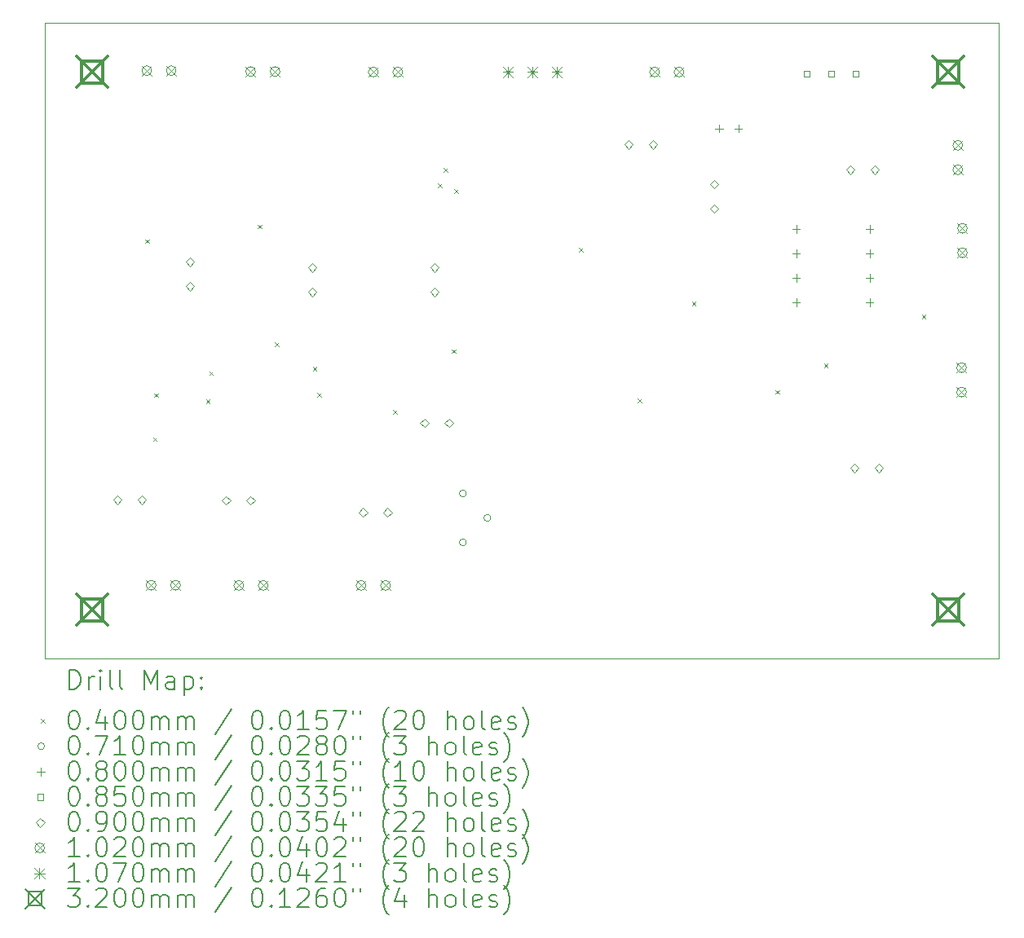
<source format=gbr>
%TF.GenerationSoftware,KiCad,Pcbnew,(6.0.8)*%
%TF.CreationDate,2023-01-11T15:03:50+01:00*%
%TF.ProjectId,TSAL,5453414c-2e6b-4696-9361-645f70636258,V1.0*%
%TF.SameCoordinates,Original*%
%TF.FileFunction,Drillmap*%
%TF.FilePolarity,Positive*%
%FSLAX45Y45*%
G04 Gerber Fmt 4.5, Leading zero omitted, Abs format (unit mm)*
G04 Created by KiCad (PCBNEW (6.0.8)) date 2023-01-11 15:03:50*
%MOMM*%
%LPD*%
G01*
G04 APERTURE LIST*
%ADD10C,0.100000*%
%ADD11C,0.200000*%
%ADD12C,0.040000*%
%ADD13C,0.071000*%
%ADD14C,0.080000*%
%ADD15C,0.085000*%
%ADD16C,0.090000*%
%ADD17C,0.102000*%
%ADD18C,0.107000*%
%ADD19C,0.320000*%
G04 APERTURE END LIST*
D10*
X5100000Y-2540000D02*
X15006000Y-2540000D01*
X15006000Y-2540000D02*
X15006000Y-9144000D01*
X15006000Y-9144000D02*
X5100000Y-9144000D01*
X5100000Y-9144000D02*
X5100000Y-2540000D01*
D11*
D12*
X6137778Y-4785847D02*
X6177778Y-4825847D01*
X6177778Y-4785847D02*
X6137778Y-4825847D01*
X6219850Y-6844741D02*
X6259850Y-6884741D01*
X6259850Y-6844741D02*
X6219850Y-6884741D01*
X6231982Y-6387193D02*
X6271982Y-6427193D01*
X6271982Y-6387193D02*
X6231982Y-6427193D01*
X6770014Y-6449193D02*
X6810014Y-6489193D01*
X6810014Y-6449193D02*
X6770014Y-6489193D01*
X6804995Y-6159082D02*
X6844995Y-6199082D01*
X6844995Y-6159082D02*
X6804995Y-6199082D01*
X7307589Y-4634916D02*
X7347589Y-4674916D01*
X7347589Y-4634916D02*
X7307589Y-4674916D01*
X7484914Y-5858972D02*
X7524914Y-5898972D01*
X7524914Y-5858972D02*
X7484914Y-5898972D01*
X7878943Y-6110570D02*
X7918943Y-6150570D01*
X7918943Y-6110570D02*
X7878943Y-6150570D01*
X7928877Y-6383289D02*
X7968877Y-6423289D01*
X7968877Y-6383289D02*
X7928877Y-6423289D01*
X8711131Y-6558774D02*
X8751131Y-6598774D01*
X8751131Y-6558774D02*
X8711131Y-6598774D01*
X9176750Y-4203892D02*
X9216750Y-4243892D01*
X9216750Y-4203892D02*
X9176750Y-4243892D01*
X9235989Y-4045077D02*
X9275989Y-4085077D01*
X9275989Y-4045077D02*
X9235989Y-4085077D01*
X9320807Y-5928683D02*
X9360807Y-5968683D01*
X9360807Y-5928683D02*
X9320807Y-5968683D01*
X9347861Y-4263146D02*
X9387861Y-4303146D01*
X9387861Y-4263146D02*
X9347861Y-4303146D01*
X10645553Y-4877728D02*
X10685553Y-4917728D01*
X10685553Y-4877728D02*
X10645553Y-4917728D01*
X11252189Y-6443616D02*
X11292189Y-6483616D01*
X11292189Y-6443616D02*
X11252189Y-6483616D01*
X11817866Y-5433873D02*
X11857866Y-5473873D01*
X11857866Y-5433873D02*
X11817866Y-5473873D01*
X12682880Y-6352843D02*
X12722880Y-6392843D01*
X12722880Y-6352843D02*
X12682880Y-6392843D01*
X13188000Y-6076000D02*
X13228000Y-6116000D01*
X13228000Y-6076000D02*
X13188000Y-6116000D01*
X14204000Y-5568000D02*
X14244000Y-5608000D01*
X14244000Y-5568000D02*
X14204000Y-5608000D01*
D13*
X9473746Y-7427270D02*
G75*
G03*
X9473746Y-7427270I-35500J0D01*
G01*
X9473746Y-7935270D02*
G75*
G03*
X9473746Y-7935270I-35500J0D01*
G01*
X9727746Y-7681270D02*
G75*
G03*
X9727746Y-7681270I-35500J0D01*
G01*
D14*
X12100666Y-3594414D02*
X12100666Y-3674414D01*
X12060666Y-3634414D02*
X12140666Y-3634414D01*
X12300666Y-3594414D02*
X12300666Y-3674414D01*
X12260666Y-3634414D02*
X12340666Y-3634414D01*
X12900579Y-4638045D02*
X12900579Y-4718045D01*
X12860579Y-4678045D02*
X12940579Y-4678045D01*
X12900579Y-4892045D02*
X12900579Y-4972045D01*
X12860579Y-4932045D02*
X12940579Y-4932045D01*
X12900579Y-5146045D02*
X12900579Y-5226045D01*
X12860579Y-5186045D02*
X12940579Y-5186045D01*
X12900579Y-5400045D02*
X12900579Y-5480045D01*
X12860579Y-5440045D02*
X12940579Y-5440045D01*
X13662579Y-4638045D02*
X13662579Y-4718045D01*
X13622579Y-4678045D02*
X13702579Y-4678045D01*
X13662579Y-4892045D02*
X13662579Y-4972045D01*
X13622579Y-4932045D02*
X13702579Y-4932045D01*
X13662579Y-5146045D02*
X13662579Y-5226045D01*
X13622579Y-5186045D02*
X13702579Y-5186045D01*
X13662579Y-5400045D02*
X13662579Y-5480045D01*
X13622579Y-5440045D02*
X13702579Y-5440045D01*
D15*
X13035820Y-3098202D02*
X13035820Y-3038098D01*
X12975716Y-3038098D01*
X12975716Y-3098202D01*
X13035820Y-3098202D01*
X13289820Y-3098202D02*
X13289820Y-3038098D01*
X13229716Y-3038098D01*
X13229716Y-3098202D01*
X13289820Y-3098202D01*
X13543820Y-3098202D02*
X13543820Y-3038098D01*
X13483716Y-3038098D01*
X13483716Y-3098202D01*
X13543820Y-3098202D01*
D16*
X5850857Y-7539443D02*
X5895857Y-7494443D01*
X5850857Y-7449443D01*
X5805857Y-7494443D01*
X5850857Y-7539443D01*
X6104857Y-7539443D02*
X6149857Y-7494443D01*
X6104857Y-7449443D01*
X6059857Y-7494443D01*
X6104857Y-7539443D01*
X6604486Y-5066589D02*
X6649486Y-5021589D01*
X6604486Y-4976589D01*
X6559486Y-5021589D01*
X6604486Y-5066589D01*
X6604486Y-5320589D02*
X6649486Y-5275589D01*
X6604486Y-5230589D01*
X6559486Y-5275589D01*
X6604486Y-5320589D01*
X6978886Y-7543056D02*
X7023886Y-7498056D01*
X6978886Y-7453056D01*
X6933886Y-7498056D01*
X6978886Y-7543056D01*
X7232886Y-7543056D02*
X7277886Y-7498056D01*
X7232886Y-7453056D01*
X7187886Y-7498056D01*
X7232886Y-7543056D01*
X7874000Y-5125000D02*
X7919000Y-5080000D01*
X7874000Y-5035000D01*
X7829000Y-5080000D01*
X7874000Y-5125000D01*
X7874000Y-5379000D02*
X7919000Y-5334000D01*
X7874000Y-5289000D01*
X7829000Y-5334000D01*
X7874000Y-5379000D01*
X8403085Y-7668899D02*
X8448085Y-7623899D01*
X8403085Y-7578899D01*
X8358085Y-7623899D01*
X8403085Y-7668899D01*
X8657085Y-7668899D02*
X8702085Y-7623899D01*
X8657085Y-7578899D01*
X8612085Y-7623899D01*
X8657085Y-7668899D01*
X9040640Y-6739360D02*
X9085640Y-6694360D01*
X9040640Y-6649360D01*
X8995640Y-6694360D01*
X9040640Y-6739360D01*
X9144000Y-5125000D02*
X9189000Y-5080000D01*
X9144000Y-5035000D01*
X9099000Y-5080000D01*
X9144000Y-5125000D01*
X9144000Y-5379000D02*
X9189000Y-5334000D01*
X9144000Y-5289000D01*
X9099000Y-5334000D01*
X9144000Y-5379000D01*
X9294640Y-6739360D02*
X9339640Y-6694360D01*
X9294640Y-6649360D01*
X9249640Y-6694360D01*
X9294640Y-6739360D01*
X11158919Y-3847946D02*
X11203919Y-3802946D01*
X11158919Y-3757946D01*
X11113919Y-3802946D01*
X11158919Y-3847946D01*
X11412919Y-3847946D02*
X11457919Y-3802946D01*
X11412919Y-3757946D01*
X11367919Y-3802946D01*
X11412919Y-3847946D01*
X12047811Y-4258108D02*
X12092811Y-4213108D01*
X12047811Y-4168108D01*
X12002811Y-4213108D01*
X12047811Y-4258108D01*
X12047811Y-4512108D02*
X12092811Y-4467108D01*
X12047811Y-4422108D01*
X12002811Y-4467108D01*
X12047811Y-4512108D01*
X13462000Y-4109000D02*
X13507000Y-4064000D01*
X13462000Y-4019000D01*
X13417000Y-4064000D01*
X13462000Y-4109000D01*
X13504168Y-7208204D02*
X13549168Y-7163204D01*
X13504168Y-7118204D01*
X13459168Y-7163204D01*
X13504168Y-7208204D01*
X13716000Y-4109000D02*
X13761000Y-4064000D01*
X13716000Y-4019000D01*
X13671000Y-4064000D01*
X13716000Y-4109000D01*
X13758168Y-7208204D02*
X13803168Y-7163204D01*
X13758168Y-7118204D01*
X13713168Y-7163204D01*
X13758168Y-7208204D01*
D17*
X6104889Y-2984158D02*
X6206889Y-3086158D01*
X6206889Y-2984158D02*
X6104889Y-3086158D01*
X6206889Y-3035158D02*
G75*
G03*
X6206889Y-3035158I-51000J0D01*
G01*
X6149665Y-8330062D02*
X6251665Y-8432062D01*
X6251665Y-8330062D02*
X6149665Y-8432062D01*
X6251665Y-8381062D02*
G75*
G03*
X6251665Y-8381062I-51000J0D01*
G01*
X6358889Y-2984158D02*
X6460889Y-3086158D01*
X6460889Y-2984158D02*
X6358889Y-3086158D01*
X6460889Y-3035158D02*
G75*
G03*
X6460889Y-3035158I-51000J0D01*
G01*
X6403665Y-8330062D02*
X6505665Y-8432062D01*
X6505665Y-8330062D02*
X6403665Y-8432062D01*
X6505665Y-8381062D02*
G75*
G03*
X6505665Y-8381062I-51000J0D01*
G01*
X7061000Y-8331000D02*
X7163000Y-8433000D01*
X7163000Y-8331000D02*
X7061000Y-8433000D01*
X7163000Y-8382000D02*
G75*
G03*
X7163000Y-8382000I-51000J0D01*
G01*
X7183300Y-2993333D02*
X7285300Y-3095333D01*
X7285300Y-2993333D02*
X7183300Y-3095333D01*
X7285300Y-3044333D02*
G75*
G03*
X7285300Y-3044333I-51000J0D01*
G01*
X7315000Y-8331000D02*
X7417000Y-8433000D01*
X7417000Y-8331000D02*
X7315000Y-8433000D01*
X7417000Y-8382000D02*
G75*
G03*
X7417000Y-8382000I-51000J0D01*
G01*
X7437300Y-2993333D02*
X7539300Y-3095333D01*
X7539300Y-2993333D02*
X7437300Y-3095333D01*
X7539300Y-3044333D02*
G75*
G03*
X7539300Y-3044333I-51000J0D01*
G01*
X8331000Y-8331000D02*
X8433000Y-8433000D01*
X8433000Y-8331000D02*
X8331000Y-8433000D01*
X8433000Y-8382000D02*
G75*
G03*
X8433000Y-8382000I-51000J0D01*
G01*
X8457500Y-2997767D02*
X8559500Y-3099767D01*
X8559500Y-2997767D02*
X8457500Y-3099767D01*
X8559500Y-3048767D02*
G75*
G03*
X8559500Y-3048767I-51000J0D01*
G01*
X8585000Y-8331000D02*
X8687000Y-8433000D01*
X8687000Y-8331000D02*
X8585000Y-8433000D01*
X8687000Y-8382000D02*
G75*
G03*
X8687000Y-8382000I-51000J0D01*
G01*
X8711500Y-2997767D02*
X8813500Y-3099767D01*
X8813500Y-2997767D02*
X8711500Y-3099767D01*
X8813500Y-3048767D02*
G75*
G03*
X8813500Y-3048767I-51000J0D01*
G01*
X11379000Y-2997000D02*
X11481000Y-3099000D01*
X11481000Y-2997000D02*
X11379000Y-3099000D01*
X11481000Y-3048000D02*
G75*
G03*
X11481000Y-3048000I-51000J0D01*
G01*
X11633000Y-2997000D02*
X11735000Y-3099000D01*
X11735000Y-2997000D02*
X11633000Y-3099000D01*
X11735000Y-3048000D02*
G75*
G03*
X11735000Y-3048000I-51000J0D01*
G01*
X14527807Y-3759027D02*
X14629807Y-3861027D01*
X14629807Y-3759027D02*
X14527807Y-3861027D01*
X14629807Y-3810027D02*
G75*
G03*
X14629807Y-3810027I-51000J0D01*
G01*
X14527807Y-4013027D02*
X14629807Y-4115027D01*
X14629807Y-4013027D02*
X14527807Y-4115027D01*
X14629807Y-4064027D02*
G75*
G03*
X14629807Y-4064027I-51000J0D01*
G01*
X14566822Y-6069773D02*
X14668822Y-6171773D01*
X14668822Y-6069773D02*
X14566822Y-6171773D01*
X14668822Y-6120773D02*
G75*
G03*
X14668822Y-6120773I-51000J0D01*
G01*
X14566822Y-6323773D02*
X14668822Y-6425773D01*
X14668822Y-6323773D02*
X14566822Y-6425773D01*
X14668822Y-6374773D02*
G75*
G03*
X14668822Y-6374773I-51000J0D01*
G01*
X14575383Y-4620909D02*
X14677383Y-4722909D01*
X14677383Y-4620909D02*
X14575383Y-4722909D01*
X14677383Y-4671909D02*
G75*
G03*
X14677383Y-4671909I-51000J0D01*
G01*
X14575383Y-4874909D02*
X14677383Y-4976909D01*
X14677383Y-4874909D02*
X14575383Y-4976909D01*
X14677383Y-4925909D02*
G75*
G03*
X14677383Y-4925909I-51000J0D01*
G01*
D18*
X9852500Y-2994500D02*
X9959500Y-3101500D01*
X9959500Y-2994500D02*
X9852500Y-3101500D01*
X9906000Y-2994500D02*
X9906000Y-3101500D01*
X9852500Y-3048000D02*
X9959500Y-3048000D01*
X10106500Y-2994500D02*
X10213500Y-3101500D01*
X10213500Y-2994500D02*
X10106500Y-3101500D01*
X10160000Y-2994500D02*
X10160000Y-3101500D01*
X10106500Y-3048000D02*
X10213500Y-3048000D01*
X10360500Y-2994500D02*
X10467500Y-3101500D01*
X10467500Y-2994500D02*
X10360500Y-3101500D01*
X10414000Y-2994500D02*
X10414000Y-3101500D01*
X10360500Y-3048000D02*
X10467500Y-3048000D01*
D19*
X5428000Y-2888000D02*
X5748000Y-3208000D01*
X5748000Y-2888000D02*
X5428000Y-3208000D01*
X5701138Y-3161138D02*
X5701138Y-2934862D01*
X5474862Y-2934862D01*
X5474862Y-3161138D01*
X5701138Y-3161138D01*
X5428000Y-8476000D02*
X5748000Y-8796000D01*
X5748000Y-8476000D02*
X5428000Y-8796000D01*
X5701138Y-8749138D02*
X5701138Y-8522862D01*
X5474862Y-8522862D01*
X5474862Y-8749138D01*
X5701138Y-8749138D01*
X14318000Y-2888000D02*
X14638000Y-3208000D01*
X14638000Y-2888000D02*
X14318000Y-3208000D01*
X14591138Y-3161138D02*
X14591138Y-2934862D01*
X14364862Y-2934862D01*
X14364862Y-3161138D01*
X14591138Y-3161138D01*
X14318000Y-8476000D02*
X14638000Y-8796000D01*
X14638000Y-8476000D02*
X14318000Y-8796000D01*
X14591138Y-8749138D02*
X14591138Y-8522862D01*
X14364862Y-8522862D01*
X14364862Y-8749138D01*
X14591138Y-8749138D01*
D11*
X5352619Y-9459476D02*
X5352619Y-9259476D01*
X5400238Y-9259476D01*
X5428810Y-9269000D01*
X5447857Y-9288048D01*
X5457381Y-9307095D01*
X5466905Y-9345190D01*
X5466905Y-9373762D01*
X5457381Y-9411857D01*
X5447857Y-9430905D01*
X5428810Y-9449952D01*
X5400238Y-9459476D01*
X5352619Y-9459476D01*
X5552619Y-9459476D02*
X5552619Y-9326143D01*
X5552619Y-9364238D02*
X5562143Y-9345190D01*
X5571667Y-9335667D01*
X5590714Y-9326143D01*
X5609762Y-9326143D01*
X5676428Y-9459476D02*
X5676428Y-9326143D01*
X5676428Y-9259476D02*
X5666905Y-9269000D01*
X5676428Y-9278524D01*
X5685952Y-9269000D01*
X5676428Y-9259476D01*
X5676428Y-9278524D01*
X5800238Y-9459476D02*
X5781190Y-9449952D01*
X5771667Y-9430905D01*
X5771667Y-9259476D01*
X5905000Y-9459476D02*
X5885952Y-9449952D01*
X5876428Y-9430905D01*
X5876428Y-9259476D01*
X6133571Y-9459476D02*
X6133571Y-9259476D01*
X6200238Y-9402333D01*
X6266905Y-9259476D01*
X6266905Y-9459476D01*
X6447857Y-9459476D02*
X6447857Y-9354714D01*
X6438333Y-9335667D01*
X6419286Y-9326143D01*
X6381190Y-9326143D01*
X6362143Y-9335667D01*
X6447857Y-9449952D02*
X6428809Y-9459476D01*
X6381190Y-9459476D01*
X6362143Y-9449952D01*
X6352619Y-9430905D01*
X6352619Y-9411857D01*
X6362143Y-9392810D01*
X6381190Y-9383286D01*
X6428809Y-9383286D01*
X6447857Y-9373762D01*
X6543095Y-9326143D02*
X6543095Y-9526143D01*
X6543095Y-9335667D02*
X6562143Y-9326143D01*
X6600238Y-9326143D01*
X6619286Y-9335667D01*
X6628809Y-9345190D01*
X6638333Y-9364238D01*
X6638333Y-9421381D01*
X6628809Y-9440429D01*
X6619286Y-9449952D01*
X6600238Y-9459476D01*
X6562143Y-9459476D01*
X6543095Y-9449952D01*
X6724048Y-9440429D02*
X6733571Y-9449952D01*
X6724048Y-9459476D01*
X6714524Y-9449952D01*
X6724048Y-9440429D01*
X6724048Y-9459476D01*
X6724048Y-9335667D02*
X6733571Y-9345190D01*
X6724048Y-9354714D01*
X6714524Y-9345190D01*
X6724048Y-9335667D01*
X6724048Y-9354714D01*
D12*
X5055000Y-9769000D02*
X5095000Y-9809000D01*
X5095000Y-9769000D02*
X5055000Y-9809000D01*
D11*
X5390714Y-9679476D02*
X5409762Y-9679476D01*
X5428810Y-9689000D01*
X5438333Y-9698524D01*
X5447857Y-9717571D01*
X5457381Y-9755667D01*
X5457381Y-9803286D01*
X5447857Y-9841381D01*
X5438333Y-9860429D01*
X5428810Y-9869952D01*
X5409762Y-9879476D01*
X5390714Y-9879476D01*
X5371667Y-9869952D01*
X5362143Y-9860429D01*
X5352619Y-9841381D01*
X5343095Y-9803286D01*
X5343095Y-9755667D01*
X5352619Y-9717571D01*
X5362143Y-9698524D01*
X5371667Y-9689000D01*
X5390714Y-9679476D01*
X5543095Y-9860429D02*
X5552619Y-9869952D01*
X5543095Y-9879476D01*
X5533571Y-9869952D01*
X5543095Y-9860429D01*
X5543095Y-9879476D01*
X5724048Y-9746143D02*
X5724048Y-9879476D01*
X5676428Y-9669952D02*
X5628809Y-9812810D01*
X5752619Y-9812810D01*
X5866905Y-9679476D02*
X5885952Y-9679476D01*
X5905000Y-9689000D01*
X5914524Y-9698524D01*
X5924048Y-9717571D01*
X5933571Y-9755667D01*
X5933571Y-9803286D01*
X5924048Y-9841381D01*
X5914524Y-9860429D01*
X5905000Y-9869952D01*
X5885952Y-9879476D01*
X5866905Y-9879476D01*
X5847857Y-9869952D01*
X5838333Y-9860429D01*
X5828809Y-9841381D01*
X5819286Y-9803286D01*
X5819286Y-9755667D01*
X5828809Y-9717571D01*
X5838333Y-9698524D01*
X5847857Y-9689000D01*
X5866905Y-9679476D01*
X6057381Y-9679476D02*
X6076428Y-9679476D01*
X6095476Y-9689000D01*
X6105000Y-9698524D01*
X6114524Y-9717571D01*
X6124048Y-9755667D01*
X6124048Y-9803286D01*
X6114524Y-9841381D01*
X6105000Y-9860429D01*
X6095476Y-9869952D01*
X6076428Y-9879476D01*
X6057381Y-9879476D01*
X6038333Y-9869952D01*
X6028809Y-9860429D01*
X6019286Y-9841381D01*
X6009762Y-9803286D01*
X6009762Y-9755667D01*
X6019286Y-9717571D01*
X6028809Y-9698524D01*
X6038333Y-9689000D01*
X6057381Y-9679476D01*
X6209762Y-9879476D02*
X6209762Y-9746143D01*
X6209762Y-9765190D02*
X6219286Y-9755667D01*
X6238333Y-9746143D01*
X6266905Y-9746143D01*
X6285952Y-9755667D01*
X6295476Y-9774714D01*
X6295476Y-9879476D01*
X6295476Y-9774714D02*
X6305000Y-9755667D01*
X6324048Y-9746143D01*
X6352619Y-9746143D01*
X6371667Y-9755667D01*
X6381190Y-9774714D01*
X6381190Y-9879476D01*
X6476428Y-9879476D02*
X6476428Y-9746143D01*
X6476428Y-9765190D02*
X6485952Y-9755667D01*
X6505000Y-9746143D01*
X6533571Y-9746143D01*
X6552619Y-9755667D01*
X6562143Y-9774714D01*
X6562143Y-9879476D01*
X6562143Y-9774714D02*
X6571667Y-9755667D01*
X6590714Y-9746143D01*
X6619286Y-9746143D01*
X6638333Y-9755667D01*
X6647857Y-9774714D01*
X6647857Y-9879476D01*
X7038333Y-9669952D02*
X6866905Y-9927095D01*
X7295476Y-9679476D02*
X7314524Y-9679476D01*
X7333571Y-9689000D01*
X7343095Y-9698524D01*
X7352619Y-9717571D01*
X7362143Y-9755667D01*
X7362143Y-9803286D01*
X7352619Y-9841381D01*
X7343095Y-9860429D01*
X7333571Y-9869952D01*
X7314524Y-9879476D01*
X7295476Y-9879476D01*
X7276428Y-9869952D01*
X7266905Y-9860429D01*
X7257381Y-9841381D01*
X7247857Y-9803286D01*
X7247857Y-9755667D01*
X7257381Y-9717571D01*
X7266905Y-9698524D01*
X7276428Y-9689000D01*
X7295476Y-9679476D01*
X7447857Y-9860429D02*
X7457381Y-9869952D01*
X7447857Y-9879476D01*
X7438333Y-9869952D01*
X7447857Y-9860429D01*
X7447857Y-9879476D01*
X7581190Y-9679476D02*
X7600238Y-9679476D01*
X7619286Y-9689000D01*
X7628809Y-9698524D01*
X7638333Y-9717571D01*
X7647857Y-9755667D01*
X7647857Y-9803286D01*
X7638333Y-9841381D01*
X7628809Y-9860429D01*
X7619286Y-9869952D01*
X7600238Y-9879476D01*
X7581190Y-9879476D01*
X7562143Y-9869952D01*
X7552619Y-9860429D01*
X7543095Y-9841381D01*
X7533571Y-9803286D01*
X7533571Y-9755667D01*
X7543095Y-9717571D01*
X7552619Y-9698524D01*
X7562143Y-9689000D01*
X7581190Y-9679476D01*
X7838333Y-9879476D02*
X7724048Y-9879476D01*
X7781190Y-9879476D02*
X7781190Y-9679476D01*
X7762143Y-9708048D01*
X7743095Y-9727095D01*
X7724048Y-9736619D01*
X8019286Y-9679476D02*
X7924048Y-9679476D01*
X7914524Y-9774714D01*
X7924048Y-9765190D01*
X7943095Y-9755667D01*
X7990714Y-9755667D01*
X8009762Y-9765190D01*
X8019286Y-9774714D01*
X8028809Y-9793762D01*
X8028809Y-9841381D01*
X8019286Y-9860429D01*
X8009762Y-9869952D01*
X7990714Y-9879476D01*
X7943095Y-9879476D01*
X7924048Y-9869952D01*
X7914524Y-9860429D01*
X8095476Y-9679476D02*
X8228809Y-9679476D01*
X8143095Y-9879476D01*
X8295476Y-9679476D02*
X8295476Y-9717571D01*
X8371667Y-9679476D02*
X8371667Y-9717571D01*
X8666905Y-9955667D02*
X8657381Y-9946143D01*
X8638333Y-9917571D01*
X8628810Y-9898524D01*
X8619286Y-9869952D01*
X8609762Y-9822333D01*
X8609762Y-9784238D01*
X8619286Y-9736619D01*
X8628810Y-9708048D01*
X8638333Y-9689000D01*
X8657381Y-9660429D01*
X8666905Y-9650905D01*
X8733571Y-9698524D02*
X8743095Y-9689000D01*
X8762143Y-9679476D01*
X8809762Y-9679476D01*
X8828810Y-9689000D01*
X8838333Y-9698524D01*
X8847857Y-9717571D01*
X8847857Y-9736619D01*
X8838333Y-9765190D01*
X8724048Y-9879476D01*
X8847857Y-9879476D01*
X8971667Y-9679476D02*
X8990714Y-9679476D01*
X9009762Y-9689000D01*
X9019286Y-9698524D01*
X9028810Y-9717571D01*
X9038333Y-9755667D01*
X9038333Y-9803286D01*
X9028810Y-9841381D01*
X9019286Y-9860429D01*
X9009762Y-9869952D01*
X8990714Y-9879476D01*
X8971667Y-9879476D01*
X8952619Y-9869952D01*
X8943095Y-9860429D01*
X8933571Y-9841381D01*
X8924048Y-9803286D01*
X8924048Y-9755667D01*
X8933571Y-9717571D01*
X8943095Y-9698524D01*
X8952619Y-9689000D01*
X8971667Y-9679476D01*
X9276429Y-9879476D02*
X9276429Y-9679476D01*
X9362143Y-9879476D02*
X9362143Y-9774714D01*
X9352619Y-9755667D01*
X9333571Y-9746143D01*
X9305000Y-9746143D01*
X9285952Y-9755667D01*
X9276429Y-9765190D01*
X9485952Y-9879476D02*
X9466905Y-9869952D01*
X9457381Y-9860429D01*
X9447857Y-9841381D01*
X9447857Y-9784238D01*
X9457381Y-9765190D01*
X9466905Y-9755667D01*
X9485952Y-9746143D01*
X9514524Y-9746143D01*
X9533571Y-9755667D01*
X9543095Y-9765190D01*
X9552619Y-9784238D01*
X9552619Y-9841381D01*
X9543095Y-9860429D01*
X9533571Y-9869952D01*
X9514524Y-9879476D01*
X9485952Y-9879476D01*
X9666905Y-9879476D02*
X9647857Y-9869952D01*
X9638333Y-9850905D01*
X9638333Y-9679476D01*
X9819286Y-9869952D02*
X9800238Y-9879476D01*
X9762143Y-9879476D01*
X9743095Y-9869952D01*
X9733571Y-9850905D01*
X9733571Y-9774714D01*
X9743095Y-9755667D01*
X9762143Y-9746143D01*
X9800238Y-9746143D01*
X9819286Y-9755667D01*
X9828810Y-9774714D01*
X9828810Y-9793762D01*
X9733571Y-9812810D01*
X9905000Y-9869952D02*
X9924048Y-9879476D01*
X9962143Y-9879476D01*
X9981190Y-9869952D01*
X9990714Y-9850905D01*
X9990714Y-9841381D01*
X9981190Y-9822333D01*
X9962143Y-9812810D01*
X9933571Y-9812810D01*
X9914524Y-9803286D01*
X9905000Y-9784238D01*
X9905000Y-9774714D01*
X9914524Y-9755667D01*
X9933571Y-9746143D01*
X9962143Y-9746143D01*
X9981190Y-9755667D01*
X10057381Y-9955667D02*
X10066905Y-9946143D01*
X10085952Y-9917571D01*
X10095476Y-9898524D01*
X10105000Y-9869952D01*
X10114524Y-9822333D01*
X10114524Y-9784238D01*
X10105000Y-9736619D01*
X10095476Y-9708048D01*
X10085952Y-9689000D01*
X10066905Y-9660429D01*
X10057381Y-9650905D01*
D13*
X5095000Y-10053000D02*
G75*
G03*
X5095000Y-10053000I-35500J0D01*
G01*
D11*
X5390714Y-9943476D02*
X5409762Y-9943476D01*
X5428810Y-9953000D01*
X5438333Y-9962524D01*
X5447857Y-9981571D01*
X5457381Y-10019667D01*
X5457381Y-10067286D01*
X5447857Y-10105381D01*
X5438333Y-10124429D01*
X5428810Y-10133952D01*
X5409762Y-10143476D01*
X5390714Y-10143476D01*
X5371667Y-10133952D01*
X5362143Y-10124429D01*
X5352619Y-10105381D01*
X5343095Y-10067286D01*
X5343095Y-10019667D01*
X5352619Y-9981571D01*
X5362143Y-9962524D01*
X5371667Y-9953000D01*
X5390714Y-9943476D01*
X5543095Y-10124429D02*
X5552619Y-10133952D01*
X5543095Y-10143476D01*
X5533571Y-10133952D01*
X5543095Y-10124429D01*
X5543095Y-10143476D01*
X5619286Y-9943476D02*
X5752619Y-9943476D01*
X5666905Y-10143476D01*
X5933571Y-10143476D02*
X5819286Y-10143476D01*
X5876428Y-10143476D02*
X5876428Y-9943476D01*
X5857381Y-9972048D01*
X5838333Y-9991095D01*
X5819286Y-10000619D01*
X6057381Y-9943476D02*
X6076428Y-9943476D01*
X6095476Y-9953000D01*
X6105000Y-9962524D01*
X6114524Y-9981571D01*
X6124048Y-10019667D01*
X6124048Y-10067286D01*
X6114524Y-10105381D01*
X6105000Y-10124429D01*
X6095476Y-10133952D01*
X6076428Y-10143476D01*
X6057381Y-10143476D01*
X6038333Y-10133952D01*
X6028809Y-10124429D01*
X6019286Y-10105381D01*
X6009762Y-10067286D01*
X6009762Y-10019667D01*
X6019286Y-9981571D01*
X6028809Y-9962524D01*
X6038333Y-9953000D01*
X6057381Y-9943476D01*
X6209762Y-10143476D02*
X6209762Y-10010143D01*
X6209762Y-10029190D02*
X6219286Y-10019667D01*
X6238333Y-10010143D01*
X6266905Y-10010143D01*
X6285952Y-10019667D01*
X6295476Y-10038714D01*
X6295476Y-10143476D01*
X6295476Y-10038714D02*
X6305000Y-10019667D01*
X6324048Y-10010143D01*
X6352619Y-10010143D01*
X6371667Y-10019667D01*
X6381190Y-10038714D01*
X6381190Y-10143476D01*
X6476428Y-10143476D02*
X6476428Y-10010143D01*
X6476428Y-10029190D02*
X6485952Y-10019667D01*
X6505000Y-10010143D01*
X6533571Y-10010143D01*
X6552619Y-10019667D01*
X6562143Y-10038714D01*
X6562143Y-10143476D01*
X6562143Y-10038714D02*
X6571667Y-10019667D01*
X6590714Y-10010143D01*
X6619286Y-10010143D01*
X6638333Y-10019667D01*
X6647857Y-10038714D01*
X6647857Y-10143476D01*
X7038333Y-9933952D02*
X6866905Y-10191095D01*
X7295476Y-9943476D02*
X7314524Y-9943476D01*
X7333571Y-9953000D01*
X7343095Y-9962524D01*
X7352619Y-9981571D01*
X7362143Y-10019667D01*
X7362143Y-10067286D01*
X7352619Y-10105381D01*
X7343095Y-10124429D01*
X7333571Y-10133952D01*
X7314524Y-10143476D01*
X7295476Y-10143476D01*
X7276428Y-10133952D01*
X7266905Y-10124429D01*
X7257381Y-10105381D01*
X7247857Y-10067286D01*
X7247857Y-10019667D01*
X7257381Y-9981571D01*
X7266905Y-9962524D01*
X7276428Y-9953000D01*
X7295476Y-9943476D01*
X7447857Y-10124429D02*
X7457381Y-10133952D01*
X7447857Y-10143476D01*
X7438333Y-10133952D01*
X7447857Y-10124429D01*
X7447857Y-10143476D01*
X7581190Y-9943476D02*
X7600238Y-9943476D01*
X7619286Y-9953000D01*
X7628809Y-9962524D01*
X7638333Y-9981571D01*
X7647857Y-10019667D01*
X7647857Y-10067286D01*
X7638333Y-10105381D01*
X7628809Y-10124429D01*
X7619286Y-10133952D01*
X7600238Y-10143476D01*
X7581190Y-10143476D01*
X7562143Y-10133952D01*
X7552619Y-10124429D01*
X7543095Y-10105381D01*
X7533571Y-10067286D01*
X7533571Y-10019667D01*
X7543095Y-9981571D01*
X7552619Y-9962524D01*
X7562143Y-9953000D01*
X7581190Y-9943476D01*
X7724048Y-9962524D02*
X7733571Y-9953000D01*
X7752619Y-9943476D01*
X7800238Y-9943476D01*
X7819286Y-9953000D01*
X7828809Y-9962524D01*
X7838333Y-9981571D01*
X7838333Y-10000619D01*
X7828809Y-10029190D01*
X7714524Y-10143476D01*
X7838333Y-10143476D01*
X7952619Y-10029190D02*
X7933571Y-10019667D01*
X7924048Y-10010143D01*
X7914524Y-9991095D01*
X7914524Y-9981571D01*
X7924048Y-9962524D01*
X7933571Y-9953000D01*
X7952619Y-9943476D01*
X7990714Y-9943476D01*
X8009762Y-9953000D01*
X8019286Y-9962524D01*
X8028809Y-9981571D01*
X8028809Y-9991095D01*
X8019286Y-10010143D01*
X8009762Y-10019667D01*
X7990714Y-10029190D01*
X7952619Y-10029190D01*
X7933571Y-10038714D01*
X7924048Y-10048238D01*
X7914524Y-10067286D01*
X7914524Y-10105381D01*
X7924048Y-10124429D01*
X7933571Y-10133952D01*
X7952619Y-10143476D01*
X7990714Y-10143476D01*
X8009762Y-10133952D01*
X8019286Y-10124429D01*
X8028809Y-10105381D01*
X8028809Y-10067286D01*
X8019286Y-10048238D01*
X8009762Y-10038714D01*
X7990714Y-10029190D01*
X8152619Y-9943476D02*
X8171667Y-9943476D01*
X8190714Y-9953000D01*
X8200238Y-9962524D01*
X8209762Y-9981571D01*
X8219286Y-10019667D01*
X8219286Y-10067286D01*
X8209762Y-10105381D01*
X8200238Y-10124429D01*
X8190714Y-10133952D01*
X8171667Y-10143476D01*
X8152619Y-10143476D01*
X8133571Y-10133952D01*
X8124048Y-10124429D01*
X8114524Y-10105381D01*
X8105000Y-10067286D01*
X8105000Y-10019667D01*
X8114524Y-9981571D01*
X8124048Y-9962524D01*
X8133571Y-9953000D01*
X8152619Y-9943476D01*
X8295476Y-9943476D02*
X8295476Y-9981571D01*
X8371667Y-9943476D02*
X8371667Y-9981571D01*
X8666905Y-10219667D02*
X8657381Y-10210143D01*
X8638333Y-10181571D01*
X8628810Y-10162524D01*
X8619286Y-10133952D01*
X8609762Y-10086333D01*
X8609762Y-10048238D01*
X8619286Y-10000619D01*
X8628810Y-9972048D01*
X8638333Y-9953000D01*
X8657381Y-9924429D01*
X8666905Y-9914905D01*
X8724048Y-9943476D02*
X8847857Y-9943476D01*
X8781190Y-10019667D01*
X8809762Y-10019667D01*
X8828810Y-10029190D01*
X8838333Y-10038714D01*
X8847857Y-10057762D01*
X8847857Y-10105381D01*
X8838333Y-10124429D01*
X8828810Y-10133952D01*
X8809762Y-10143476D01*
X8752619Y-10143476D01*
X8733571Y-10133952D01*
X8724048Y-10124429D01*
X9085952Y-10143476D02*
X9085952Y-9943476D01*
X9171667Y-10143476D02*
X9171667Y-10038714D01*
X9162143Y-10019667D01*
X9143095Y-10010143D01*
X9114524Y-10010143D01*
X9095476Y-10019667D01*
X9085952Y-10029190D01*
X9295476Y-10143476D02*
X9276429Y-10133952D01*
X9266905Y-10124429D01*
X9257381Y-10105381D01*
X9257381Y-10048238D01*
X9266905Y-10029190D01*
X9276429Y-10019667D01*
X9295476Y-10010143D01*
X9324048Y-10010143D01*
X9343095Y-10019667D01*
X9352619Y-10029190D01*
X9362143Y-10048238D01*
X9362143Y-10105381D01*
X9352619Y-10124429D01*
X9343095Y-10133952D01*
X9324048Y-10143476D01*
X9295476Y-10143476D01*
X9476429Y-10143476D02*
X9457381Y-10133952D01*
X9447857Y-10114905D01*
X9447857Y-9943476D01*
X9628810Y-10133952D02*
X9609762Y-10143476D01*
X9571667Y-10143476D01*
X9552619Y-10133952D01*
X9543095Y-10114905D01*
X9543095Y-10038714D01*
X9552619Y-10019667D01*
X9571667Y-10010143D01*
X9609762Y-10010143D01*
X9628810Y-10019667D01*
X9638333Y-10038714D01*
X9638333Y-10057762D01*
X9543095Y-10076810D01*
X9714524Y-10133952D02*
X9733571Y-10143476D01*
X9771667Y-10143476D01*
X9790714Y-10133952D01*
X9800238Y-10114905D01*
X9800238Y-10105381D01*
X9790714Y-10086333D01*
X9771667Y-10076810D01*
X9743095Y-10076810D01*
X9724048Y-10067286D01*
X9714524Y-10048238D01*
X9714524Y-10038714D01*
X9724048Y-10019667D01*
X9743095Y-10010143D01*
X9771667Y-10010143D01*
X9790714Y-10019667D01*
X9866905Y-10219667D02*
X9876429Y-10210143D01*
X9895476Y-10181571D01*
X9905000Y-10162524D01*
X9914524Y-10133952D01*
X9924048Y-10086333D01*
X9924048Y-10048238D01*
X9914524Y-10000619D01*
X9905000Y-9972048D01*
X9895476Y-9953000D01*
X9876429Y-9924429D01*
X9866905Y-9914905D01*
D14*
X5055000Y-10277000D02*
X5055000Y-10357000D01*
X5015000Y-10317000D02*
X5095000Y-10317000D01*
D11*
X5390714Y-10207476D02*
X5409762Y-10207476D01*
X5428810Y-10217000D01*
X5438333Y-10226524D01*
X5447857Y-10245571D01*
X5457381Y-10283667D01*
X5457381Y-10331286D01*
X5447857Y-10369381D01*
X5438333Y-10388429D01*
X5428810Y-10397952D01*
X5409762Y-10407476D01*
X5390714Y-10407476D01*
X5371667Y-10397952D01*
X5362143Y-10388429D01*
X5352619Y-10369381D01*
X5343095Y-10331286D01*
X5343095Y-10283667D01*
X5352619Y-10245571D01*
X5362143Y-10226524D01*
X5371667Y-10217000D01*
X5390714Y-10207476D01*
X5543095Y-10388429D02*
X5552619Y-10397952D01*
X5543095Y-10407476D01*
X5533571Y-10397952D01*
X5543095Y-10388429D01*
X5543095Y-10407476D01*
X5666905Y-10293190D02*
X5647857Y-10283667D01*
X5638333Y-10274143D01*
X5628809Y-10255095D01*
X5628809Y-10245571D01*
X5638333Y-10226524D01*
X5647857Y-10217000D01*
X5666905Y-10207476D01*
X5705000Y-10207476D01*
X5724048Y-10217000D01*
X5733571Y-10226524D01*
X5743095Y-10245571D01*
X5743095Y-10255095D01*
X5733571Y-10274143D01*
X5724048Y-10283667D01*
X5705000Y-10293190D01*
X5666905Y-10293190D01*
X5647857Y-10302714D01*
X5638333Y-10312238D01*
X5628809Y-10331286D01*
X5628809Y-10369381D01*
X5638333Y-10388429D01*
X5647857Y-10397952D01*
X5666905Y-10407476D01*
X5705000Y-10407476D01*
X5724048Y-10397952D01*
X5733571Y-10388429D01*
X5743095Y-10369381D01*
X5743095Y-10331286D01*
X5733571Y-10312238D01*
X5724048Y-10302714D01*
X5705000Y-10293190D01*
X5866905Y-10207476D02*
X5885952Y-10207476D01*
X5905000Y-10217000D01*
X5914524Y-10226524D01*
X5924048Y-10245571D01*
X5933571Y-10283667D01*
X5933571Y-10331286D01*
X5924048Y-10369381D01*
X5914524Y-10388429D01*
X5905000Y-10397952D01*
X5885952Y-10407476D01*
X5866905Y-10407476D01*
X5847857Y-10397952D01*
X5838333Y-10388429D01*
X5828809Y-10369381D01*
X5819286Y-10331286D01*
X5819286Y-10283667D01*
X5828809Y-10245571D01*
X5838333Y-10226524D01*
X5847857Y-10217000D01*
X5866905Y-10207476D01*
X6057381Y-10207476D02*
X6076428Y-10207476D01*
X6095476Y-10217000D01*
X6105000Y-10226524D01*
X6114524Y-10245571D01*
X6124048Y-10283667D01*
X6124048Y-10331286D01*
X6114524Y-10369381D01*
X6105000Y-10388429D01*
X6095476Y-10397952D01*
X6076428Y-10407476D01*
X6057381Y-10407476D01*
X6038333Y-10397952D01*
X6028809Y-10388429D01*
X6019286Y-10369381D01*
X6009762Y-10331286D01*
X6009762Y-10283667D01*
X6019286Y-10245571D01*
X6028809Y-10226524D01*
X6038333Y-10217000D01*
X6057381Y-10207476D01*
X6209762Y-10407476D02*
X6209762Y-10274143D01*
X6209762Y-10293190D02*
X6219286Y-10283667D01*
X6238333Y-10274143D01*
X6266905Y-10274143D01*
X6285952Y-10283667D01*
X6295476Y-10302714D01*
X6295476Y-10407476D01*
X6295476Y-10302714D02*
X6305000Y-10283667D01*
X6324048Y-10274143D01*
X6352619Y-10274143D01*
X6371667Y-10283667D01*
X6381190Y-10302714D01*
X6381190Y-10407476D01*
X6476428Y-10407476D02*
X6476428Y-10274143D01*
X6476428Y-10293190D02*
X6485952Y-10283667D01*
X6505000Y-10274143D01*
X6533571Y-10274143D01*
X6552619Y-10283667D01*
X6562143Y-10302714D01*
X6562143Y-10407476D01*
X6562143Y-10302714D02*
X6571667Y-10283667D01*
X6590714Y-10274143D01*
X6619286Y-10274143D01*
X6638333Y-10283667D01*
X6647857Y-10302714D01*
X6647857Y-10407476D01*
X7038333Y-10197952D02*
X6866905Y-10455095D01*
X7295476Y-10207476D02*
X7314524Y-10207476D01*
X7333571Y-10217000D01*
X7343095Y-10226524D01*
X7352619Y-10245571D01*
X7362143Y-10283667D01*
X7362143Y-10331286D01*
X7352619Y-10369381D01*
X7343095Y-10388429D01*
X7333571Y-10397952D01*
X7314524Y-10407476D01*
X7295476Y-10407476D01*
X7276428Y-10397952D01*
X7266905Y-10388429D01*
X7257381Y-10369381D01*
X7247857Y-10331286D01*
X7247857Y-10283667D01*
X7257381Y-10245571D01*
X7266905Y-10226524D01*
X7276428Y-10217000D01*
X7295476Y-10207476D01*
X7447857Y-10388429D02*
X7457381Y-10397952D01*
X7447857Y-10407476D01*
X7438333Y-10397952D01*
X7447857Y-10388429D01*
X7447857Y-10407476D01*
X7581190Y-10207476D02*
X7600238Y-10207476D01*
X7619286Y-10217000D01*
X7628809Y-10226524D01*
X7638333Y-10245571D01*
X7647857Y-10283667D01*
X7647857Y-10331286D01*
X7638333Y-10369381D01*
X7628809Y-10388429D01*
X7619286Y-10397952D01*
X7600238Y-10407476D01*
X7581190Y-10407476D01*
X7562143Y-10397952D01*
X7552619Y-10388429D01*
X7543095Y-10369381D01*
X7533571Y-10331286D01*
X7533571Y-10283667D01*
X7543095Y-10245571D01*
X7552619Y-10226524D01*
X7562143Y-10217000D01*
X7581190Y-10207476D01*
X7714524Y-10207476D02*
X7838333Y-10207476D01*
X7771667Y-10283667D01*
X7800238Y-10283667D01*
X7819286Y-10293190D01*
X7828809Y-10302714D01*
X7838333Y-10321762D01*
X7838333Y-10369381D01*
X7828809Y-10388429D01*
X7819286Y-10397952D01*
X7800238Y-10407476D01*
X7743095Y-10407476D01*
X7724048Y-10397952D01*
X7714524Y-10388429D01*
X8028809Y-10407476D02*
X7914524Y-10407476D01*
X7971667Y-10407476D02*
X7971667Y-10207476D01*
X7952619Y-10236048D01*
X7933571Y-10255095D01*
X7914524Y-10264619D01*
X8209762Y-10207476D02*
X8114524Y-10207476D01*
X8105000Y-10302714D01*
X8114524Y-10293190D01*
X8133571Y-10283667D01*
X8181190Y-10283667D01*
X8200238Y-10293190D01*
X8209762Y-10302714D01*
X8219286Y-10321762D01*
X8219286Y-10369381D01*
X8209762Y-10388429D01*
X8200238Y-10397952D01*
X8181190Y-10407476D01*
X8133571Y-10407476D01*
X8114524Y-10397952D01*
X8105000Y-10388429D01*
X8295476Y-10207476D02*
X8295476Y-10245571D01*
X8371667Y-10207476D02*
X8371667Y-10245571D01*
X8666905Y-10483667D02*
X8657381Y-10474143D01*
X8638333Y-10445571D01*
X8628810Y-10426524D01*
X8619286Y-10397952D01*
X8609762Y-10350333D01*
X8609762Y-10312238D01*
X8619286Y-10264619D01*
X8628810Y-10236048D01*
X8638333Y-10217000D01*
X8657381Y-10188429D01*
X8666905Y-10178905D01*
X8847857Y-10407476D02*
X8733571Y-10407476D01*
X8790714Y-10407476D02*
X8790714Y-10207476D01*
X8771667Y-10236048D01*
X8752619Y-10255095D01*
X8733571Y-10264619D01*
X8971667Y-10207476D02*
X8990714Y-10207476D01*
X9009762Y-10217000D01*
X9019286Y-10226524D01*
X9028810Y-10245571D01*
X9038333Y-10283667D01*
X9038333Y-10331286D01*
X9028810Y-10369381D01*
X9019286Y-10388429D01*
X9009762Y-10397952D01*
X8990714Y-10407476D01*
X8971667Y-10407476D01*
X8952619Y-10397952D01*
X8943095Y-10388429D01*
X8933571Y-10369381D01*
X8924048Y-10331286D01*
X8924048Y-10283667D01*
X8933571Y-10245571D01*
X8943095Y-10226524D01*
X8952619Y-10217000D01*
X8971667Y-10207476D01*
X9276429Y-10407476D02*
X9276429Y-10207476D01*
X9362143Y-10407476D02*
X9362143Y-10302714D01*
X9352619Y-10283667D01*
X9333571Y-10274143D01*
X9305000Y-10274143D01*
X9285952Y-10283667D01*
X9276429Y-10293190D01*
X9485952Y-10407476D02*
X9466905Y-10397952D01*
X9457381Y-10388429D01*
X9447857Y-10369381D01*
X9447857Y-10312238D01*
X9457381Y-10293190D01*
X9466905Y-10283667D01*
X9485952Y-10274143D01*
X9514524Y-10274143D01*
X9533571Y-10283667D01*
X9543095Y-10293190D01*
X9552619Y-10312238D01*
X9552619Y-10369381D01*
X9543095Y-10388429D01*
X9533571Y-10397952D01*
X9514524Y-10407476D01*
X9485952Y-10407476D01*
X9666905Y-10407476D02*
X9647857Y-10397952D01*
X9638333Y-10378905D01*
X9638333Y-10207476D01*
X9819286Y-10397952D02*
X9800238Y-10407476D01*
X9762143Y-10407476D01*
X9743095Y-10397952D01*
X9733571Y-10378905D01*
X9733571Y-10302714D01*
X9743095Y-10283667D01*
X9762143Y-10274143D01*
X9800238Y-10274143D01*
X9819286Y-10283667D01*
X9828810Y-10302714D01*
X9828810Y-10321762D01*
X9733571Y-10340810D01*
X9905000Y-10397952D02*
X9924048Y-10407476D01*
X9962143Y-10407476D01*
X9981190Y-10397952D01*
X9990714Y-10378905D01*
X9990714Y-10369381D01*
X9981190Y-10350333D01*
X9962143Y-10340810D01*
X9933571Y-10340810D01*
X9914524Y-10331286D01*
X9905000Y-10312238D01*
X9905000Y-10302714D01*
X9914524Y-10283667D01*
X9933571Y-10274143D01*
X9962143Y-10274143D01*
X9981190Y-10283667D01*
X10057381Y-10483667D02*
X10066905Y-10474143D01*
X10085952Y-10445571D01*
X10095476Y-10426524D01*
X10105000Y-10397952D01*
X10114524Y-10350333D01*
X10114524Y-10312238D01*
X10105000Y-10264619D01*
X10095476Y-10236048D01*
X10085952Y-10217000D01*
X10066905Y-10188429D01*
X10057381Y-10178905D01*
D15*
X5082552Y-10611052D02*
X5082552Y-10550948D01*
X5022448Y-10550948D01*
X5022448Y-10611052D01*
X5082552Y-10611052D01*
D11*
X5390714Y-10471476D02*
X5409762Y-10471476D01*
X5428810Y-10481000D01*
X5438333Y-10490524D01*
X5447857Y-10509571D01*
X5457381Y-10547667D01*
X5457381Y-10595286D01*
X5447857Y-10633381D01*
X5438333Y-10652429D01*
X5428810Y-10661952D01*
X5409762Y-10671476D01*
X5390714Y-10671476D01*
X5371667Y-10661952D01*
X5362143Y-10652429D01*
X5352619Y-10633381D01*
X5343095Y-10595286D01*
X5343095Y-10547667D01*
X5352619Y-10509571D01*
X5362143Y-10490524D01*
X5371667Y-10481000D01*
X5390714Y-10471476D01*
X5543095Y-10652429D02*
X5552619Y-10661952D01*
X5543095Y-10671476D01*
X5533571Y-10661952D01*
X5543095Y-10652429D01*
X5543095Y-10671476D01*
X5666905Y-10557190D02*
X5647857Y-10547667D01*
X5638333Y-10538143D01*
X5628809Y-10519095D01*
X5628809Y-10509571D01*
X5638333Y-10490524D01*
X5647857Y-10481000D01*
X5666905Y-10471476D01*
X5705000Y-10471476D01*
X5724048Y-10481000D01*
X5733571Y-10490524D01*
X5743095Y-10509571D01*
X5743095Y-10519095D01*
X5733571Y-10538143D01*
X5724048Y-10547667D01*
X5705000Y-10557190D01*
X5666905Y-10557190D01*
X5647857Y-10566714D01*
X5638333Y-10576238D01*
X5628809Y-10595286D01*
X5628809Y-10633381D01*
X5638333Y-10652429D01*
X5647857Y-10661952D01*
X5666905Y-10671476D01*
X5705000Y-10671476D01*
X5724048Y-10661952D01*
X5733571Y-10652429D01*
X5743095Y-10633381D01*
X5743095Y-10595286D01*
X5733571Y-10576238D01*
X5724048Y-10566714D01*
X5705000Y-10557190D01*
X5924048Y-10471476D02*
X5828809Y-10471476D01*
X5819286Y-10566714D01*
X5828809Y-10557190D01*
X5847857Y-10547667D01*
X5895476Y-10547667D01*
X5914524Y-10557190D01*
X5924048Y-10566714D01*
X5933571Y-10585762D01*
X5933571Y-10633381D01*
X5924048Y-10652429D01*
X5914524Y-10661952D01*
X5895476Y-10671476D01*
X5847857Y-10671476D01*
X5828809Y-10661952D01*
X5819286Y-10652429D01*
X6057381Y-10471476D02*
X6076428Y-10471476D01*
X6095476Y-10481000D01*
X6105000Y-10490524D01*
X6114524Y-10509571D01*
X6124048Y-10547667D01*
X6124048Y-10595286D01*
X6114524Y-10633381D01*
X6105000Y-10652429D01*
X6095476Y-10661952D01*
X6076428Y-10671476D01*
X6057381Y-10671476D01*
X6038333Y-10661952D01*
X6028809Y-10652429D01*
X6019286Y-10633381D01*
X6009762Y-10595286D01*
X6009762Y-10547667D01*
X6019286Y-10509571D01*
X6028809Y-10490524D01*
X6038333Y-10481000D01*
X6057381Y-10471476D01*
X6209762Y-10671476D02*
X6209762Y-10538143D01*
X6209762Y-10557190D02*
X6219286Y-10547667D01*
X6238333Y-10538143D01*
X6266905Y-10538143D01*
X6285952Y-10547667D01*
X6295476Y-10566714D01*
X6295476Y-10671476D01*
X6295476Y-10566714D02*
X6305000Y-10547667D01*
X6324048Y-10538143D01*
X6352619Y-10538143D01*
X6371667Y-10547667D01*
X6381190Y-10566714D01*
X6381190Y-10671476D01*
X6476428Y-10671476D02*
X6476428Y-10538143D01*
X6476428Y-10557190D02*
X6485952Y-10547667D01*
X6505000Y-10538143D01*
X6533571Y-10538143D01*
X6552619Y-10547667D01*
X6562143Y-10566714D01*
X6562143Y-10671476D01*
X6562143Y-10566714D02*
X6571667Y-10547667D01*
X6590714Y-10538143D01*
X6619286Y-10538143D01*
X6638333Y-10547667D01*
X6647857Y-10566714D01*
X6647857Y-10671476D01*
X7038333Y-10461952D02*
X6866905Y-10719095D01*
X7295476Y-10471476D02*
X7314524Y-10471476D01*
X7333571Y-10481000D01*
X7343095Y-10490524D01*
X7352619Y-10509571D01*
X7362143Y-10547667D01*
X7362143Y-10595286D01*
X7352619Y-10633381D01*
X7343095Y-10652429D01*
X7333571Y-10661952D01*
X7314524Y-10671476D01*
X7295476Y-10671476D01*
X7276428Y-10661952D01*
X7266905Y-10652429D01*
X7257381Y-10633381D01*
X7247857Y-10595286D01*
X7247857Y-10547667D01*
X7257381Y-10509571D01*
X7266905Y-10490524D01*
X7276428Y-10481000D01*
X7295476Y-10471476D01*
X7447857Y-10652429D02*
X7457381Y-10661952D01*
X7447857Y-10671476D01*
X7438333Y-10661952D01*
X7447857Y-10652429D01*
X7447857Y-10671476D01*
X7581190Y-10471476D02*
X7600238Y-10471476D01*
X7619286Y-10481000D01*
X7628809Y-10490524D01*
X7638333Y-10509571D01*
X7647857Y-10547667D01*
X7647857Y-10595286D01*
X7638333Y-10633381D01*
X7628809Y-10652429D01*
X7619286Y-10661952D01*
X7600238Y-10671476D01*
X7581190Y-10671476D01*
X7562143Y-10661952D01*
X7552619Y-10652429D01*
X7543095Y-10633381D01*
X7533571Y-10595286D01*
X7533571Y-10547667D01*
X7543095Y-10509571D01*
X7552619Y-10490524D01*
X7562143Y-10481000D01*
X7581190Y-10471476D01*
X7714524Y-10471476D02*
X7838333Y-10471476D01*
X7771667Y-10547667D01*
X7800238Y-10547667D01*
X7819286Y-10557190D01*
X7828809Y-10566714D01*
X7838333Y-10585762D01*
X7838333Y-10633381D01*
X7828809Y-10652429D01*
X7819286Y-10661952D01*
X7800238Y-10671476D01*
X7743095Y-10671476D01*
X7724048Y-10661952D01*
X7714524Y-10652429D01*
X7905000Y-10471476D02*
X8028809Y-10471476D01*
X7962143Y-10547667D01*
X7990714Y-10547667D01*
X8009762Y-10557190D01*
X8019286Y-10566714D01*
X8028809Y-10585762D01*
X8028809Y-10633381D01*
X8019286Y-10652429D01*
X8009762Y-10661952D01*
X7990714Y-10671476D01*
X7933571Y-10671476D01*
X7914524Y-10661952D01*
X7905000Y-10652429D01*
X8209762Y-10471476D02*
X8114524Y-10471476D01*
X8105000Y-10566714D01*
X8114524Y-10557190D01*
X8133571Y-10547667D01*
X8181190Y-10547667D01*
X8200238Y-10557190D01*
X8209762Y-10566714D01*
X8219286Y-10585762D01*
X8219286Y-10633381D01*
X8209762Y-10652429D01*
X8200238Y-10661952D01*
X8181190Y-10671476D01*
X8133571Y-10671476D01*
X8114524Y-10661952D01*
X8105000Y-10652429D01*
X8295476Y-10471476D02*
X8295476Y-10509571D01*
X8371667Y-10471476D02*
X8371667Y-10509571D01*
X8666905Y-10747667D02*
X8657381Y-10738143D01*
X8638333Y-10709571D01*
X8628810Y-10690524D01*
X8619286Y-10661952D01*
X8609762Y-10614333D01*
X8609762Y-10576238D01*
X8619286Y-10528619D01*
X8628810Y-10500048D01*
X8638333Y-10481000D01*
X8657381Y-10452429D01*
X8666905Y-10442905D01*
X8724048Y-10471476D02*
X8847857Y-10471476D01*
X8781190Y-10547667D01*
X8809762Y-10547667D01*
X8828810Y-10557190D01*
X8838333Y-10566714D01*
X8847857Y-10585762D01*
X8847857Y-10633381D01*
X8838333Y-10652429D01*
X8828810Y-10661952D01*
X8809762Y-10671476D01*
X8752619Y-10671476D01*
X8733571Y-10661952D01*
X8724048Y-10652429D01*
X9085952Y-10671476D02*
X9085952Y-10471476D01*
X9171667Y-10671476D02*
X9171667Y-10566714D01*
X9162143Y-10547667D01*
X9143095Y-10538143D01*
X9114524Y-10538143D01*
X9095476Y-10547667D01*
X9085952Y-10557190D01*
X9295476Y-10671476D02*
X9276429Y-10661952D01*
X9266905Y-10652429D01*
X9257381Y-10633381D01*
X9257381Y-10576238D01*
X9266905Y-10557190D01*
X9276429Y-10547667D01*
X9295476Y-10538143D01*
X9324048Y-10538143D01*
X9343095Y-10547667D01*
X9352619Y-10557190D01*
X9362143Y-10576238D01*
X9362143Y-10633381D01*
X9352619Y-10652429D01*
X9343095Y-10661952D01*
X9324048Y-10671476D01*
X9295476Y-10671476D01*
X9476429Y-10671476D02*
X9457381Y-10661952D01*
X9447857Y-10642905D01*
X9447857Y-10471476D01*
X9628810Y-10661952D02*
X9609762Y-10671476D01*
X9571667Y-10671476D01*
X9552619Y-10661952D01*
X9543095Y-10642905D01*
X9543095Y-10566714D01*
X9552619Y-10547667D01*
X9571667Y-10538143D01*
X9609762Y-10538143D01*
X9628810Y-10547667D01*
X9638333Y-10566714D01*
X9638333Y-10585762D01*
X9543095Y-10604810D01*
X9714524Y-10661952D02*
X9733571Y-10671476D01*
X9771667Y-10671476D01*
X9790714Y-10661952D01*
X9800238Y-10642905D01*
X9800238Y-10633381D01*
X9790714Y-10614333D01*
X9771667Y-10604810D01*
X9743095Y-10604810D01*
X9724048Y-10595286D01*
X9714524Y-10576238D01*
X9714524Y-10566714D01*
X9724048Y-10547667D01*
X9743095Y-10538143D01*
X9771667Y-10538143D01*
X9790714Y-10547667D01*
X9866905Y-10747667D02*
X9876429Y-10738143D01*
X9895476Y-10709571D01*
X9905000Y-10690524D01*
X9914524Y-10661952D01*
X9924048Y-10614333D01*
X9924048Y-10576238D01*
X9914524Y-10528619D01*
X9905000Y-10500048D01*
X9895476Y-10481000D01*
X9876429Y-10452429D01*
X9866905Y-10442905D01*
D16*
X5050000Y-10890000D02*
X5095000Y-10845000D01*
X5050000Y-10800000D01*
X5005000Y-10845000D01*
X5050000Y-10890000D01*
D11*
X5390714Y-10735476D02*
X5409762Y-10735476D01*
X5428810Y-10745000D01*
X5438333Y-10754524D01*
X5447857Y-10773571D01*
X5457381Y-10811667D01*
X5457381Y-10859286D01*
X5447857Y-10897381D01*
X5438333Y-10916429D01*
X5428810Y-10925952D01*
X5409762Y-10935476D01*
X5390714Y-10935476D01*
X5371667Y-10925952D01*
X5362143Y-10916429D01*
X5352619Y-10897381D01*
X5343095Y-10859286D01*
X5343095Y-10811667D01*
X5352619Y-10773571D01*
X5362143Y-10754524D01*
X5371667Y-10745000D01*
X5390714Y-10735476D01*
X5543095Y-10916429D02*
X5552619Y-10925952D01*
X5543095Y-10935476D01*
X5533571Y-10925952D01*
X5543095Y-10916429D01*
X5543095Y-10935476D01*
X5647857Y-10935476D02*
X5685952Y-10935476D01*
X5705000Y-10925952D01*
X5714524Y-10916429D01*
X5733571Y-10887857D01*
X5743095Y-10849762D01*
X5743095Y-10773571D01*
X5733571Y-10754524D01*
X5724048Y-10745000D01*
X5705000Y-10735476D01*
X5666905Y-10735476D01*
X5647857Y-10745000D01*
X5638333Y-10754524D01*
X5628809Y-10773571D01*
X5628809Y-10821190D01*
X5638333Y-10840238D01*
X5647857Y-10849762D01*
X5666905Y-10859286D01*
X5705000Y-10859286D01*
X5724048Y-10849762D01*
X5733571Y-10840238D01*
X5743095Y-10821190D01*
X5866905Y-10735476D02*
X5885952Y-10735476D01*
X5905000Y-10745000D01*
X5914524Y-10754524D01*
X5924048Y-10773571D01*
X5933571Y-10811667D01*
X5933571Y-10859286D01*
X5924048Y-10897381D01*
X5914524Y-10916429D01*
X5905000Y-10925952D01*
X5885952Y-10935476D01*
X5866905Y-10935476D01*
X5847857Y-10925952D01*
X5838333Y-10916429D01*
X5828809Y-10897381D01*
X5819286Y-10859286D01*
X5819286Y-10811667D01*
X5828809Y-10773571D01*
X5838333Y-10754524D01*
X5847857Y-10745000D01*
X5866905Y-10735476D01*
X6057381Y-10735476D02*
X6076428Y-10735476D01*
X6095476Y-10745000D01*
X6105000Y-10754524D01*
X6114524Y-10773571D01*
X6124048Y-10811667D01*
X6124048Y-10859286D01*
X6114524Y-10897381D01*
X6105000Y-10916429D01*
X6095476Y-10925952D01*
X6076428Y-10935476D01*
X6057381Y-10935476D01*
X6038333Y-10925952D01*
X6028809Y-10916429D01*
X6019286Y-10897381D01*
X6009762Y-10859286D01*
X6009762Y-10811667D01*
X6019286Y-10773571D01*
X6028809Y-10754524D01*
X6038333Y-10745000D01*
X6057381Y-10735476D01*
X6209762Y-10935476D02*
X6209762Y-10802143D01*
X6209762Y-10821190D02*
X6219286Y-10811667D01*
X6238333Y-10802143D01*
X6266905Y-10802143D01*
X6285952Y-10811667D01*
X6295476Y-10830714D01*
X6295476Y-10935476D01*
X6295476Y-10830714D02*
X6305000Y-10811667D01*
X6324048Y-10802143D01*
X6352619Y-10802143D01*
X6371667Y-10811667D01*
X6381190Y-10830714D01*
X6381190Y-10935476D01*
X6476428Y-10935476D02*
X6476428Y-10802143D01*
X6476428Y-10821190D02*
X6485952Y-10811667D01*
X6505000Y-10802143D01*
X6533571Y-10802143D01*
X6552619Y-10811667D01*
X6562143Y-10830714D01*
X6562143Y-10935476D01*
X6562143Y-10830714D02*
X6571667Y-10811667D01*
X6590714Y-10802143D01*
X6619286Y-10802143D01*
X6638333Y-10811667D01*
X6647857Y-10830714D01*
X6647857Y-10935476D01*
X7038333Y-10725952D02*
X6866905Y-10983095D01*
X7295476Y-10735476D02*
X7314524Y-10735476D01*
X7333571Y-10745000D01*
X7343095Y-10754524D01*
X7352619Y-10773571D01*
X7362143Y-10811667D01*
X7362143Y-10859286D01*
X7352619Y-10897381D01*
X7343095Y-10916429D01*
X7333571Y-10925952D01*
X7314524Y-10935476D01*
X7295476Y-10935476D01*
X7276428Y-10925952D01*
X7266905Y-10916429D01*
X7257381Y-10897381D01*
X7247857Y-10859286D01*
X7247857Y-10811667D01*
X7257381Y-10773571D01*
X7266905Y-10754524D01*
X7276428Y-10745000D01*
X7295476Y-10735476D01*
X7447857Y-10916429D02*
X7457381Y-10925952D01*
X7447857Y-10935476D01*
X7438333Y-10925952D01*
X7447857Y-10916429D01*
X7447857Y-10935476D01*
X7581190Y-10735476D02*
X7600238Y-10735476D01*
X7619286Y-10745000D01*
X7628809Y-10754524D01*
X7638333Y-10773571D01*
X7647857Y-10811667D01*
X7647857Y-10859286D01*
X7638333Y-10897381D01*
X7628809Y-10916429D01*
X7619286Y-10925952D01*
X7600238Y-10935476D01*
X7581190Y-10935476D01*
X7562143Y-10925952D01*
X7552619Y-10916429D01*
X7543095Y-10897381D01*
X7533571Y-10859286D01*
X7533571Y-10811667D01*
X7543095Y-10773571D01*
X7552619Y-10754524D01*
X7562143Y-10745000D01*
X7581190Y-10735476D01*
X7714524Y-10735476D02*
X7838333Y-10735476D01*
X7771667Y-10811667D01*
X7800238Y-10811667D01*
X7819286Y-10821190D01*
X7828809Y-10830714D01*
X7838333Y-10849762D01*
X7838333Y-10897381D01*
X7828809Y-10916429D01*
X7819286Y-10925952D01*
X7800238Y-10935476D01*
X7743095Y-10935476D01*
X7724048Y-10925952D01*
X7714524Y-10916429D01*
X8019286Y-10735476D02*
X7924048Y-10735476D01*
X7914524Y-10830714D01*
X7924048Y-10821190D01*
X7943095Y-10811667D01*
X7990714Y-10811667D01*
X8009762Y-10821190D01*
X8019286Y-10830714D01*
X8028809Y-10849762D01*
X8028809Y-10897381D01*
X8019286Y-10916429D01*
X8009762Y-10925952D01*
X7990714Y-10935476D01*
X7943095Y-10935476D01*
X7924048Y-10925952D01*
X7914524Y-10916429D01*
X8200238Y-10802143D02*
X8200238Y-10935476D01*
X8152619Y-10725952D02*
X8105000Y-10868810D01*
X8228809Y-10868810D01*
X8295476Y-10735476D02*
X8295476Y-10773571D01*
X8371667Y-10735476D02*
X8371667Y-10773571D01*
X8666905Y-11011667D02*
X8657381Y-11002143D01*
X8638333Y-10973571D01*
X8628810Y-10954524D01*
X8619286Y-10925952D01*
X8609762Y-10878333D01*
X8609762Y-10840238D01*
X8619286Y-10792619D01*
X8628810Y-10764048D01*
X8638333Y-10745000D01*
X8657381Y-10716429D01*
X8666905Y-10706905D01*
X8733571Y-10754524D02*
X8743095Y-10745000D01*
X8762143Y-10735476D01*
X8809762Y-10735476D01*
X8828810Y-10745000D01*
X8838333Y-10754524D01*
X8847857Y-10773571D01*
X8847857Y-10792619D01*
X8838333Y-10821190D01*
X8724048Y-10935476D01*
X8847857Y-10935476D01*
X8924048Y-10754524D02*
X8933571Y-10745000D01*
X8952619Y-10735476D01*
X9000238Y-10735476D01*
X9019286Y-10745000D01*
X9028810Y-10754524D01*
X9038333Y-10773571D01*
X9038333Y-10792619D01*
X9028810Y-10821190D01*
X8914524Y-10935476D01*
X9038333Y-10935476D01*
X9276429Y-10935476D02*
X9276429Y-10735476D01*
X9362143Y-10935476D02*
X9362143Y-10830714D01*
X9352619Y-10811667D01*
X9333571Y-10802143D01*
X9305000Y-10802143D01*
X9285952Y-10811667D01*
X9276429Y-10821190D01*
X9485952Y-10935476D02*
X9466905Y-10925952D01*
X9457381Y-10916429D01*
X9447857Y-10897381D01*
X9447857Y-10840238D01*
X9457381Y-10821190D01*
X9466905Y-10811667D01*
X9485952Y-10802143D01*
X9514524Y-10802143D01*
X9533571Y-10811667D01*
X9543095Y-10821190D01*
X9552619Y-10840238D01*
X9552619Y-10897381D01*
X9543095Y-10916429D01*
X9533571Y-10925952D01*
X9514524Y-10935476D01*
X9485952Y-10935476D01*
X9666905Y-10935476D02*
X9647857Y-10925952D01*
X9638333Y-10906905D01*
X9638333Y-10735476D01*
X9819286Y-10925952D02*
X9800238Y-10935476D01*
X9762143Y-10935476D01*
X9743095Y-10925952D01*
X9733571Y-10906905D01*
X9733571Y-10830714D01*
X9743095Y-10811667D01*
X9762143Y-10802143D01*
X9800238Y-10802143D01*
X9819286Y-10811667D01*
X9828810Y-10830714D01*
X9828810Y-10849762D01*
X9733571Y-10868810D01*
X9905000Y-10925952D02*
X9924048Y-10935476D01*
X9962143Y-10935476D01*
X9981190Y-10925952D01*
X9990714Y-10906905D01*
X9990714Y-10897381D01*
X9981190Y-10878333D01*
X9962143Y-10868810D01*
X9933571Y-10868810D01*
X9914524Y-10859286D01*
X9905000Y-10840238D01*
X9905000Y-10830714D01*
X9914524Y-10811667D01*
X9933571Y-10802143D01*
X9962143Y-10802143D01*
X9981190Y-10811667D01*
X10057381Y-11011667D02*
X10066905Y-11002143D01*
X10085952Y-10973571D01*
X10095476Y-10954524D01*
X10105000Y-10925952D01*
X10114524Y-10878333D01*
X10114524Y-10840238D01*
X10105000Y-10792619D01*
X10095476Y-10764048D01*
X10085952Y-10745000D01*
X10066905Y-10716429D01*
X10057381Y-10706905D01*
D17*
X4993000Y-11058000D02*
X5095000Y-11160000D01*
X5095000Y-11058000D02*
X4993000Y-11160000D01*
X5095000Y-11109000D02*
G75*
G03*
X5095000Y-11109000I-51000J0D01*
G01*
D11*
X5457381Y-11199476D02*
X5343095Y-11199476D01*
X5400238Y-11199476D02*
X5400238Y-10999476D01*
X5381190Y-11028048D01*
X5362143Y-11047095D01*
X5343095Y-11056619D01*
X5543095Y-11180429D02*
X5552619Y-11189952D01*
X5543095Y-11199476D01*
X5533571Y-11189952D01*
X5543095Y-11180429D01*
X5543095Y-11199476D01*
X5676428Y-10999476D02*
X5695476Y-10999476D01*
X5714524Y-11009000D01*
X5724048Y-11018524D01*
X5733571Y-11037571D01*
X5743095Y-11075667D01*
X5743095Y-11123286D01*
X5733571Y-11161381D01*
X5724048Y-11180429D01*
X5714524Y-11189952D01*
X5695476Y-11199476D01*
X5676428Y-11199476D01*
X5657381Y-11189952D01*
X5647857Y-11180429D01*
X5638333Y-11161381D01*
X5628809Y-11123286D01*
X5628809Y-11075667D01*
X5638333Y-11037571D01*
X5647857Y-11018524D01*
X5657381Y-11009000D01*
X5676428Y-10999476D01*
X5819286Y-11018524D02*
X5828809Y-11009000D01*
X5847857Y-10999476D01*
X5895476Y-10999476D01*
X5914524Y-11009000D01*
X5924048Y-11018524D01*
X5933571Y-11037571D01*
X5933571Y-11056619D01*
X5924048Y-11085190D01*
X5809762Y-11199476D01*
X5933571Y-11199476D01*
X6057381Y-10999476D02*
X6076428Y-10999476D01*
X6095476Y-11009000D01*
X6105000Y-11018524D01*
X6114524Y-11037571D01*
X6124048Y-11075667D01*
X6124048Y-11123286D01*
X6114524Y-11161381D01*
X6105000Y-11180429D01*
X6095476Y-11189952D01*
X6076428Y-11199476D01*
X6057381Y-11199476D01*
X6038333Y-11189952D01*
X6028809Y-11180429D01*
X6019286Y-11161381D01*
X6009762Y-11123286D01*
X6009762Y-11075667D01*
X6019286Y-11037571D01*
X6028809Y-11018524D01*
X6038333Y-11009000D01*
X6057381Y-10999476D01*
X6209762Y-11199476D02*
X6209762Y-11066143D01*
X6209762Y-11085190D02*
X6219286Y-11075667D01*
X6238333Y-11066143D01*
X6266905Y-11066143D01*
X6285952Y-11075667D01*
X6295476Y-11094714D01*
X6295476Y-11199476D01*
X6295476Y-11094714D02*
X6305000Y-11075667D01*
X6324048Y-11066143D01*
X6352619Y-11066143D01*
X6371667Y-11075667D01*
X6381190Y-11094714D01*
X6381190Y-11199476D01*
X6476428Y-11199476D02*
X6476428Y-11066143D01*
X6476428Y-11085190D02*
X6485952Y-11075667D01*
X6505000Y-11066143D01*
X6533571Y-11066143D01*
X6552619Y-11075667D01*
X6562143Y-11094714D01*
X6562143Y-11199476D01*
X6562143Y-11094714D02*
X6571667Y-11075667D01*
X6590714Y-11066143D01*
X6619286Y-11066143D01*
X6638333Y-11075667D01*
X6647857Y-11094714D01*
X6647857Y-11199476D01*
X7038333Y-10989952D02*
X6866905Y-11247095D01*
X7295476Y-10999476D02*
X7314524Y-10999476D01*
X7333571Y-11009000D01*
X7343095Y-11018524D01*
X7352619Y-11037571D01*
X7362143Y-11075667D01*
X7362143Y-11123286D01*
X7352619Y-11161381D01*
X7343095Y-11180429D01*
X7333571Y-11189952D01*
X7314524Y-11199476D01*
X7295476Y-11199476D01*
X7276428Y-11189952D01*
X7266905Y-11180429D01*
X7257381Y-11161381D01*
X7247857Y-11123286D01*
X7247857Y-11075667D01*
X7257381Y-11037571D01*
X7266905Y-11018524D01*
X7276428Y-11009000D01*
X7295476Y-10999476D01*
X7447857Y-11180429D02*
X7457381Y-11189952D01*
X7447857Y-11199476D01*
X7438333Y-11189952D01*
X7447857Y-11180429D01*
X7447857Y-11199476D01*
X7581190Y-10999476D02*
X7600238Y-10999476D01*
X7619286Y-11009000D01*
X7628809Y-11018524D01*
X7638333Y-11037571D01*
X7647857Y-11075667D01*
X7647857Y-11123286D01*
X7638333Y-11161381D01*
X7628809Y-11180429D01*
X7619286Y-11189952D01*
X7600238Y-11199476D01*
X7581190Y-11199476D01*
X7562143Y-11189952D01*
X7552619Y-11180429D01*
X7543095Y-11161381D01*
X7533571Y-11123286D01*
X7533571Y-11075667D01*
X7543095Y-11037571D01*
X7552619Y-11018524D01*
X7562143Y-11009000D01*
X7581190Y-10999476D01*
X7819286Y-11066143D02*
X7819286Y-11199476D01*
X7771667Y-10989952D02*
X7724048Y-11132810D01*
X7847857Y-11132810D01*
X7962143Y-10999476D02*
X7981190Y-10999476D01*
X8000238Y-11009000D01*
X8009762Y-11018524D01*
X8019286Y-11037571D01*
X8028809Y-11075667D01*
X8028809Y-11123286D01*
X8019286Y-11161381D01*
X8009762Y-11180429D01*
X8000238Y-11189952D01*
X7981190Y-11199476D01*
X7962143Y-11199476D01*
X7943095Y-11189952D01*
X7933571Y-11180429D01*
X7924048Y-11161381D01*
X7914524Y-11123286D01*
X7914524Y-11075667D01*
X7924048Y-11037571D01*
X7933571Y-11018524D01*
X7943095Y-11009000D01*
X7962143Y-10999476D01*
X8105000Y-11018524D02*
X8114524Y-11009000D01*
X8133571Y-10999476D01*
X8181190Y-10999476D01*
X8200238Y-11009000D01*
X8209762Y-11018524D01*
X8219286Y-11037571D01*
X8219286Y-11056619D01*
X8209762Y-11085190D01*
X8095476Y-11199476D01*
X8219286Y-11199476D01*
X8295476Y-10999476D02*
X8295476Y-11037571D01*
X8371667Y-10999476D02*
X8371667Y-11037571D01*
X8666905Y-11275667D02*
X8657381Y-11266143D01*
X8638333Y-11237571D01*
X8628810Y-11218524D01*
X8619286Y-11189952D01*
X8609762Y-11142333D01*
X8609762Y-11104238D01*
X8619286Y-11056619D01*
X8628810Y-11028048D01*
X8638333Y-11009000D01*
X8657381Y-10980429D01*
X8666905Y-10970905D01*
X8733571Y-11018524D02*
X8743095Y-11009000D01*
X8762143Y-10999476D01*
X8809762Y-10999476D01*
X8828810Y-11009000D01*
X8838333Y-11018524D01*
X8847857Y-11037571D01*
X8847857Y-11056619D01*
X8838333Y-11085190D01*
X8724048Y-11199476D01*
X8847857Y-11199476D01*
X8971667Y-10999476D02*
X8990714Y-10999476D01*
X9009762Y-11009000D01*
X9019286Y-11018524D01*
X9028810Y-11037571D01*
X9038333Y-11075667D01*
X9038333Y-11123286D01*
X9028810Y-11161381D01*
X9019286Y-11180429D01*
X9009762Y-11189952D01*
X8990714Y-11199476D01*
X8971667Y-11199476D01*
X8952619Y-11189952D01*
X8943095Y-11180429D01*
X8933571Y-11161381D01*
X8924048Y-11123286D01*
X8924048Y-11075667D01*
X8933571Y-11037571D01*
X8943095Y-11018524D01*
X8952619Y-11009000D01*
X8971667Y-10999476D01*
X9276429Y-11199476D02*
X9276429Y-10999476D01*
X9362143Y-11199476D02*
X9362143Y-11094714D01*
X9352619Y-11075667D01*
X9333571Y-11066143D01*
X9305000Y-11066143D01*
X9285952Y-11075667D01*
X9276429Y-11085190D01*
X9485952Y-11199476D02*
X9466905Y-11189952D01*
X9457381Y-11180429D01*
X9447857Y-11161381D01*
X9447857Y-11104238D01*
X9457381Y-11085190D01*
X9466905Y-11075667D01*
X9485952Y-11066143D01*
X9514524Y-11066143D01*
X9533571Y-11075667D01*
X9543095Y-11085190D01*
X9552619Y-11104238D01*
X9552619Y-11161381D01*
X9543095Y-11180429D01*
X9533571Y-11189952D01*
X9514524Y-11199476D01*
X9485952Y-11199476D01*
X9666905Y-11199476D02*
X9647857Y-11189952D01*
X9638333Y-11170905D01*
X9638333Y-10999476D01*
X9819286Y-11189952D02*
X9800238Y-11199476D01*
X9762143Y-11199476D01*
X9743095Y-11189952D01*
X9733571Y-11170905D01*
X9733571Y-11094714D01*
X9743095Y-11075667D01*
X9762143Y-11066143D01*
X9800238Y-11066143D01*
X9819286Y-11075667D01*
X9828810Y-11094714D01*
X9828810Y-11113762D01*
X9733571Y-11132810D01*
X9905000Y-11189952D02*
X9924048Y-11199476D01*
X9962143Y-11199476D01*
X9981190Y-11189952D01*
X9990714Y-11170905D01*
X9990714Y-11161381D01*
X9981190Y-11142333D01*
X9962143Y-11132810D01*
X9933571Y-11132810D01*
X9914524Y-11123286D01*
X9905000Y-11104238D01*
X9905000Y-11094714D01*
X9914524Y-11075667D01*
X9933571Y-11066143D01*
X9962143Y-11066143D01*
X9981190Y-11075667D01*
X10057381Y-11275667D02*
X10066905Y-11266143D01*
X10085952Y-11237571D01*
X10095476Y-11218524D01*
X10105000Y-11189952D01*
X10114524Y-11142333D01*
X10114524Y-11104238D01*
X10105000Y-11056619D01*
X10095476Y-11028048D01*
X10085952Y-11009000D01*
X10066905Y-10980429D01*
X10057381Y-10970905D01*
D18*
X4988000Y-11319500D02*
X5095000Y-11426500D01*
X5095000Y-11319500D02*
X4988000Y-11426500D01*
X5041500Y-11319500D02*
X5041500Y-11426500D01*
X4988000Y-11373000D02*
X5095000Y-11373000D01*
D11*
X5457381Y-11463476D02*
X5343095Y-11463476D01*
X5400238Y-11463476D02*
X5400238Y-11263476D01*
X5381190Y-11292048D01*
X5362143Y-11311095D01*
X5343095Y-11320619D01*
X5543095Y-11444428D02*
X5552619Y-11453952D01*
X5543095Y-11463476D01*
X5533571Y-11453952D01*
X5543095Y-11444428D01*
X5543095Y-11463476D01*
X5676428Y-11263476D02*
X5695476Y-11263476D01*
X5714524Y-11273000D01*
X5724048Y-11282524D01*
X5733571Y-11301571D01*
X5743095Y-11339667D01*
X5743095Y-11387286D01*
X5733571Y-11425381D01*
X5724048Y-11444428D01*
X5714524Y-11453952D01*
X5695476Y-11463476D01*
X5676428Y-11463476D01*
X5657381Y-11453952D01*
X5647857Y-11444428D01*
X5638333Y-11425381D01*
X5628809Y-11387286D01*
X5628809Y-11339667D01*
X5638333Y-11301571D01*
X5647857Y-11282524D01*
X5657381Y-11273000D01*
X5676428Y-11263476D01*
X5809762Y-11263476D02*
X5943095Y-11263476D01*
X5857381Y-11463476D01*
X6057381Y-11263476D02*
X6076428Y-11263476D01*
X6095476Y-11273000D01*
X6105000Y-11282524D01*
X6114524Y-11301571D01*
X6124048Y-11339667D01*
X6124048Y-11387286D01*
X6114524Y-11425381D01*
X6105000Y-11444428D01*
X6095476Y-11453952D01*
X6076428Y-11463476D01*
X6057381Y-11463476D01*
X6038333Y-11453952D01*
X6028809Y-11444428D01*
X6019286Y-11425381D01*
X6009762Y-11387286D01*
X6009762Y-11339667D01*
X6019286Y-11301571D01*
X6028809Y-11282524D01*
X6038333Y-11273000D01*
X6057381Y-11263476D01*
X6209762Y-11463476D02*
X6209762Y-11330143D01*
X6209762Y-11349190D02*
X6219286Y-11339667D01*
X6238333Y-11330143D01*
X6266905Y-11330143D01*
X6285952Y-11339667D01*
X6295476Y-11358714D01*
X6295476Y-11463476D01*
X6295476Y-11358714D02*
X6305000Y-11339667D01*
X6324048Y-11330143D01*
X6352619Y-11330143D01*
X6371667Y-11339667D01*
X6381190Y-11358714D01*
X6381190Y-11463476D01*
X6476428Y-11463476D02*
X6476428Y-11330143D01*
X6476428Y-11349190D02*
X6485952Y-11339667D01*
X6505000Y-11330143D01*
X6533571Y-11330143D01*
X6552619Y-11339667D01*
X6562143Y-11358714D01*
X6562143Y-11463476D01*
X6562143Y-11358714D02*
X6571667Y-11339667D01*
X6590714Y-11330143D01*
X6619286Y-11330143D01*
X6638333Y-11339667D01*
X6647857Y-11358714D01*
X6647857Y-11463476D01*
X7038333Y-11253952D02*
X6866905Y-11511095D01*
X7295476Y-11263476D02*
X7314524Y-11263476D01*
X7333571Y-11273000D01*
X7343095Y-11282524D01*
X7352619Y-11301571D01*
X7362143Y-11339667D01*
X7362143Y-11387286D01*
X7352619Y-11425381D01*
X7343095Y-11444428D01*
X7333571Y-11453952D01*
X7314524Y-11463476D01*
X7295476Y-11463476D01*
X7276428Y-11453952D01*
X7266905Y-11444428D01*
X7257381Y-11425381D01*
X7247857Y-11387286D01*
X7247857Y-11339667D01*
X7257381Y-11301571D01*
X7266905Y-11282524D01*
X7276428Y-11273000D01*
X7295476Y-11263476D01*
X7447857Y-11444428D02*
X7457381Y-11453952D01*
X7447857Y-11463476D01*
X7438333Y-11453952D01*
X7447857Y-11444428D01*
X7447857Y-11463476D01*
X7581190Y-11263476D02*
X7600238Y-11263476D01*
X7619286Y-11273000D01*
X7628809Y-11282524D01*
X7638333Y-11301571D01*
X7647857Y-11339667D01*
X7647857Y-11387286D01*
X7638333Y-11425381D01*
X7628809Y-11444428D01*
X7619286Y-11453952D01*
X7600238Y-11463476D01*
X7581190Y-11463476D01*
X7562143Y-11453952D01*
X7552619Y-11444428D01*
X7543095Y-11425381D01*
X7533571Y-11387286D01*
X7533571Y-11339667D01*
X7543095Y-11301571D01*
X7552619Y-11282524D01*
X7562143Y-11273000D01*
X7581190Y-11263476D01*
X7819286Y-11330143D02*
X7819286Y-11463476D01*
X7771667Y-11253952D02*
X7724048Y-11396809D01*
X7847857Y-11396809D01*
X7914524Y-11282524D02*
X7924048Y-11273000D01*
X7943095Y-11263476D01*
X7990714Y-11263476D01*
X8009762Y-11273000D01*
X8019286Y-11282524D01*
X8028809Y-11301571D01*
X8028809Y-11320619D01*
X8019286Y-11349190D01*
X7905000Y-11463476D01*
X8028809Y-11463476D01*
X8219286Y-11463476D02*
X8105000Y-11463476D01*
X8162143Y-11463476D02*
X8162143Y-11263476D01*
X8143095Y-11292048D01*
X8124048Y-11311095D01*
X8105000Y-11320619D01*
X8295476Y-11263476D02*
X8295476Y-11301571D01*
X8371667Y-11263476D02*
X8371667Y-11301571D01*
X8666905Y-11539667D02*
X8657381Y-11530143D01*
X8638333Y-11501571D01*
X8628810Y-11482524D01*
X8619286Y-11453952D01*
X8609762Y-11406333D01*
X8609762Y-11368238D01*
X8619286Y-11320619D01*
X8628810Y-11292048D01*
X8638333Y-11273000D01*
X8657381Y-11244428D01*
X8666905Y-11234905D01*
X8724048Y-11263476D02*
X8847857Y-11263476D01*
X8781190Y-11339667D01*
X8809762Y-11339667D01*
X8828810Y-11349190D01*
X8838333Y-11358714D01*
X8847857Y-11377762D01*
X8847857Y-11425381D01*
X8838333Y-11444428D01*
X8828810Y-11453952D01*
X8809762Y-11463476D01*
X8752619Y-11463476D01*
X8733571Y-11453952D01*
X8724048Y-11444428D01*
X9085952Y-11463476D02*
X9085952Y-11263476D01*
X9171667Y-11463476D02*
X9171667Y-11358714D01*
X9162143Y-11339667D01*
X9143095Y-11330143D01*
X9114524Y-11330143D01*
X9095476Y-11339667D01*
X9085952Y-11349190D01*
X9295476Y-11463476D02*
X9276429Y-11453952D01*
X9266905Y-11444428D01*
X9257381Y-11425381D01*
X9257381Y-11368238D01*
X9266905Y-11349190D01*
X9276429Y-11339667D01*
X9295476Y-11330143D01*
X9324048Y-11330143D01*
X9343095Y-11339667D01*
X9352619Y-11349190D01*
X9362143Y-11368238D01*
X9362143Y-11425381D01*
X9352619Y-11444428D01*
X9343095Y-11453952D01*
X9324048Y-11463476D01*
X9295476Y-11463476D01*
X9476429Y-11463476D02*
X9457381Y-11453952D01*
X9447857Y-11434905D01*
X9447857Y-11263476D01*
X9628810Y-11453952D02*
X9609762Y-11463476D01*
X9571667Y-11463476D01*
X9552619Y-11453952D01*
X9543095Y-11434905D01*
X9543095Y-11358714D01*
X9552619Y-11339667D01*
X9571667Y-11330143D01*
X9609762Y-11330143D01*
X9628810Y-11339667D01*
X9638333Y-11358714D01*
X9638333Y-11377762D01*
X9543095Y-11396809D01*
X9714524Y-11453952D02*
X9733571Y-11463476D01*
X9771667Y-11463476D01*
X9790714Y-11453952D01*
X9800238Y-11434905D01*
X9800238Y-11425381D01*
X9790714Y-11406333D01*
X9771667Y-11396809D01*
X9743095Y-11396809D01*
X9724048Y-11387286D01*
X9714524Y-11368238D01*
X9714524Y-11358714D01*
X9724048Y-11339667D01*
X9743095Y-11330143D01*
X9771667Y-11330143D01*
X9790714Y-11339667D01*
X9866905Y-11539667D02*
X9876429Y-11530143D01*
X9895476Y-11501571D01*
X9905000Y-11482524D01*
X9914524Y-11453952D01*
X9924048Y-11406333D01*
X9924048Y-11368238D01*
X9914524Y-11320619D01*
X9905000Y-11292048D01*
X9895476Y-11273000D01*
X9876429Y-11244428D01*
X9866905Y-11234905D01*
X4895000Y-11537000D02*
X5095000Y-11737000D01*
X5095000Y-11537000D02*
X4895000Y-11737000D01*
X5065711Y-11707711D02*
X5065711Y-11566289D01*
X4924289Y-11566289D01*
X4924289Y-11707711D01*
X5065711Y-11707711D01*
X5333571Y-11527476D02*
X5457381Y-11527476D01*
X5390714Y-11603667D01*
X5419286Y-11603667D01*
X5438333Y-11613190D01*
X5447857Y-11622714D01*
X5457381Y-11641762D01*
X5457381Y-11689381D01*
X5447857Y-11708428D01*
X5438333Y-11717952D01*
X5419286Y-11727476D01*
X5362143Y-11727476D01*
X5343095Y-11717952D01*
X5333571Y-11708428D01*
X5543095Y-11708428D02*
X5552619Y-11717952D01*
X5543095Y-11727476D01*
X5533571Y-11717952D01*
X5543095Y-11708428D01*
X5543095Y-11727476D01*
X5628809Y-11546524D02*
X5638333Y-11537000D01*
X5657381Y-11527476D01*
X5705000Y-11527476D01*
X5724048Y-11537000D01*
X5733571Y-11546524D01*
X5743095Y-11565571D01*
X5743095Y-11584619D01*
X5733571Y-11613190D01*
X5619286Y-11727476D01*
X5743095Y-11727476D01*
X5866905Y-11527476D02*
X5885952Y-11527476D01*
X5905000Y-11537000D01*
X5914524Y-11546524D01*
X5924048Y-11565571D01*
X5933571Y-11603667D01*
X5933571Y-11651286D01*
X5924048Y-11689381D01*
X5914524Y-11708428D01*
X5905000Y-11717952D01*
X5885952Y-11727476D01*
X5866905Y-11727476D01*
X5847857Y-11717952D01*
X5838333Y-11708428D01*
X5828809Y-11689381D01*
X5819286Y-11651286D01*
X5819286Y-11603667D01*
X5828809Y-11565571D01*
X5838333Y-11546524D01*
X5847857Y-11537000D01*
X5866905Y-11527476D01*
X6057381Y-11527476D02*
X6076428Y-11527476D01*
X6095476Y-11537000D01*
X6105000Y-11546524D01*
X6114524Y-11565571D01*
X6124048Y-11603667D01*
X6124048Y-11651286D01*
X6114524Y-11689381D01*
X6105000Y-11708428D01*
X6095476Y-11717952D01*
X6076428Y-11727476D01*
X6057381Y-11727476D01*
X6038333Y-11717952D01*
X6028809Y-11708428D01*
X6019286Y-11689381D01*
X6009762Y-11651286D01*
X6009762Y-11603667D01*
X6019286Y-11565571D01*
X6028809Y-11546524D01*
X6038333Y-11537000D01*
X6057381Y-11527476D01*
X6209762Y-11727476D02*
X6209762Y-11594143D01*
X6209762Y-11613190D02*
X6219286Y-11603667D01*
X6238333Y-11594143D01*
X6266905Y-11594143D01*
X6285952Y-11603667D01*
X6295476Y-11622714D01*
X6295476Y-11727476D01*
X6295476Y-11622714D02*
X6305000Y-11603667D01*
X6324048Y-11594143D01*
X6352619Y-11594143D01*
X6371667Y-11603667D01*
X6381190Y-11622714D01*
X6381190Y-11727476D01*
X6476428Y-11727476D02*
X6476428Y-11594143D01*
X6476428Y-11613190D02*
X6485952Y-11603667D01*
X6505000Y-11594143D01*
X6533571Y-11594143D01*
X6552619Y-11603667D01*
X6562143Y-11622714D01*
X6562143Y-11727476D01*
X6562143Y-11622714D02*
X6571667Y-11603667D01*
X6590714Y-11594143D01*
X6619286Y-11594143D01*
X6638333Y-11603667D01*
X6647857Y-11622714D01*
X6647857Y-11727476D01*
X7038333Y-11517952D02*
X6866905Y-11775095D01*
X7295476Y-11527476D02*
X7314524Y-11527476D01*
X7333571Y-11537000D01*
X7343095Y-11546524D01*
X7352619Y-11565571D01*
X7362143Y-11603667D01*
X7362143Y-11651286D01*
X7352619Y-11689381D01*
X7343095Y-11708428D01*
X7333571Y-11717952D01*
X7314524Y-11727476D01*
X7295476Y-11727476D01*
X7276428Y-11717952D01*
X7266905Y-11708428D01*
X7257381Y-11689381D01*
X7247857Y-11651286D01*
X7247857Y-11603667D01*
X7257381Y-11565571D01*
X7266905Y-11546524D01*
X7276428Y-11537000D01*
X7295476Y-11527476D01*
X7447857Y-11708428D02*
X7457381Y-11717952D01*
X7447857Y-11727476D01*
X7438333Y-11717952D01*
X7447857Y-11708428D01*
X7447857Y-11727476D01*
X7647857Y-11727476D02*
X7533571Y-11727476D01*
X7590714Y-11727476D02*
X7590714Y-11527476D01*
X7571667Y-11556048D01*
X7552619Y-11575095D01*
X7533571Y-11584619D01*
X7724048Y-11546524D02*
X7733571Y-11537000D01*
X7752619Y-11527476D01*
X7800238Y-11527476D01*
X7819286Y-11537000D01*
X7828809Y-11546524D01*
X7838333Y-11565571D01*
X7838333Y-11584619D01*
X7828809Y-11613190D01*
X7714524Y-11727476D01*
X7838333Y-11727476D01*
X8009762Y-11527476D02*
X7971667Y-11527476D01*
X7952619Y-11537000D01*
X7943095Y-11546524D01*
X7924048Y-11575095D01*
X7914524Y-11613190D01*
X7914524Y-11689381D01*
X7924048Y-11708428D01*
X7933571Y-11717952D01*
X7952619Y-11727476D01*
X7990714Y-11727476D01*
X8009762Y-11717952D01*
X8019286Y-11708428D01*
X8028809Y-11689381D01*
X8028809Y-11641762D01*
X8019286Y-11622714D01*
X8009762Y-11613190D01*
X7990714Y-11603667D01*
X7952619Y-11603667D01*
X7933571Y-11613190D01*
X7924048Y-11622714D01*
X7914524Y-11641762D01*
X8152619Y-11527476D02*
X8171667Y-11527476D01*
X8190714Y-11537000D01*
X8200238Y-11546524D01*
X8209762Y-11565571D01*
X8219286Y-11603667D01*
X8219286Y-11651286D01*
X8209762Y-11689381D01*
X8200238Y-11708428D01*
X8190714Y-11717952D01*
X8171667Y-11727476D01*
X8152619Y-11727476D01*
X8133571Y-11717952D01*
X8124048Y-11708428D01*
X8114524Y-11689381D01*
X8105000Y-11651286D01*
X8105000Y-11603667D01*
X8114524Y-11565571D01*
X8124048Y-11546524D01*
X8133571Y-11537000D01*
X8152619Y-11527476D01*
X8295476Y-11527476D02*
X8295476Y-11565571D01*
X8371667Y-11527476D02*
X8371667Y-11565571D01*
X8666905Y-11803667D02*
X8657381Y-11794143D01*
X8638333Y-11765571D01*
X8628810Y-11746524D01*
X8619286Y-11717952D01*
X8609762Y-11670333D01*
X8609762Y-11632238D01*
X8619286Y-11584619D01*
X8628810Y-11556048D01*
X8638333Y-11537000D01*
X8657381Y-11508428D01*
X8666905Y-11498905D01*
X8828810Y-11594143D02*
X8828810Y-11727476D01*
X8781190Y-11517952D02*
X8733571Y-11660809D01*
X8857381Y-11660809D01*
X9085952Y-11727476D02*
X9085952Y-11527476D01*
X9171667Y-11727476D02*
X9171667Y-11622714D01*
X9162143Y-11603667D01*
X9143095Y-11594143D01*
X9114524Y-11594143D01*
X9095476Y-11603667D01*
X9085952Y-11613190D01*
X9295476Y-11727476D02*
X9276429Y-11717952D01*
X9266905Y-11708428D01*
X9257381Y-11689381D01*
X9257381Y-11632238D01*
X9266905Y-11613190D01*
X9276429Y-11603667D01*
X9295476Y-11594143D01*
X9324048Y-11594143D01*
X9343095Y-11603667D01*
X9352619Y-11613190D01*
X9362143Y-11632238D01*
X9362143Y-11689381D01*
X9352619Y-11708428D01*
X9343095Y-11717952D01*
X9324048Y-11727476D01*
X9295476Y-11727476D01*
X9476429Y-11727476D02*
X9457381Y-11717952D01*
X9447857Y-11698905D01*
X9447857Y-11527476D01*
X9628810Y-11717952D02*
X9609762Y-11727476D01*
X9571667Y-11727476D01*
X9552619Y-11717952D01*
X9543095Y-11698905D01*
X9543095Y-11622714D01*
X9552619Y-11603667D01*
X9571667Y-11594143D01*
X9609762Y-11594143D01*
X9628810Y-11603667D01*
X9638333Y-11622714D01*
X9638333Y-11641762D01*
X9543095Y-11660809D01*
X9714524Y-11717952D02*
X9733571Y-11727476D01*
X9771667Y-11727476D01*
X9790714Y-11717952D01*
X9800238Y-11698905D01*
X9800238Y-11689381D01*
X9790714Y-11670333D01*
X9771667Y-11660809D01*
X9743095Y-11660809D01*
X9724048Y-11651286D01*
X9714524Y-11632238D01*
X9714524Y-11622714D01*
X9724048Y-11603667D01*
X9743095Y-11594143D01*
X9771667Y-11594143D01*
X9790714Y-11603667D01*
X9866905Y-11803667D02*
X9876429Y-11794143D01*
X9895476Y-11765571D01*
X9905000Y-11746524D01*
X9914524Y-11717952D01*
X9924048Y-11670333D01*
X9924048Y-11632238D01*
X9914524Y-11584619D01*
X9905000Y-11556048D01*
X9895476Y-11537000D01*
X9876429Y-11508428D01*
X9866905Y-11498905D01*
M02*

</source>
